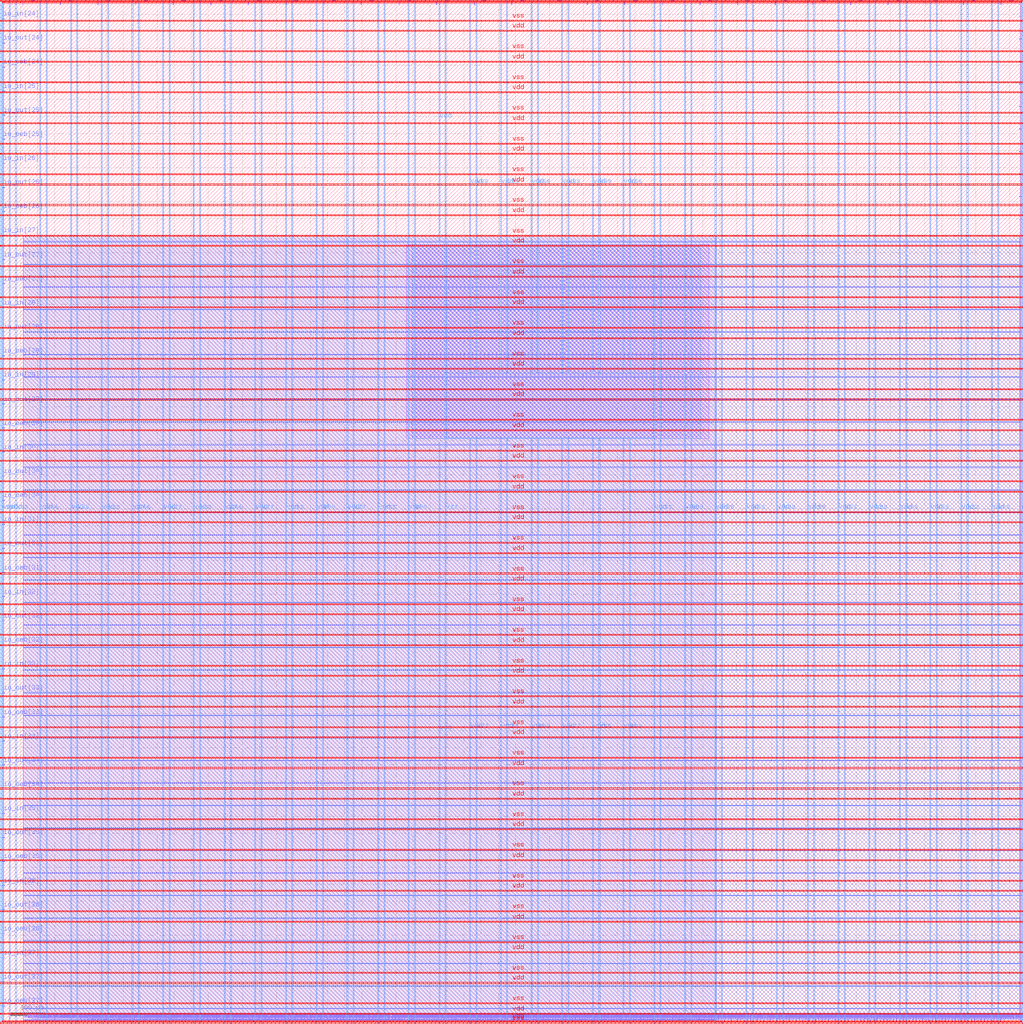
<source format=lef>
VERSION 5.7 ;
  NOWIREEXTENSIONATPIN ON ;
  DIVIDERCHAR "/" ;
  BUSBITCHARS "[]" ;
MACRO user_project_wrapper
  CLASS BLOCK ;
  FOREIGN user_project_wrapper ;
  ORIGIN 0.000 0.000 ;
  SIZE 2980.200 BY 2980.200 ;
  PIN io_in[0]
    DIRECTION INPUT ;
    USE SIGNAL ;
    PORT
      LAYER Metal3 ;
        RECT 2977.800 35.560 2985.000 36.680 ;
    END
  END io_in[0]
  PIN io_in[10]
    DIRECTION INPUT ;
    USE SIGNAL ;
    PORT
      LAYER Metal3 ;
        RECT 2977.800 2017.960 2985.000 2019.080 ;
    END
  END io_in[10]
  PIN io_in[11]
    DIRECTION INPUT ;
    USE SIGNAL ;
    PORT
      LAYER Metal3 ;
        RECT 2977.800 2216.200 2985.000 2217.320 ;
    END
  END io_in[11]
  PIN io_in[12]
    DIRECTION INPUT ;
    USE SIGNAL ;
    PORT
      LAYER Metal3 ;
        RECT 2977.800 2414.440 2985.000 2415.560 ;
    END
  END io_in[12]
  PIN io_in[13]
    DIRECTION INPUT ;
    USE SIGNAL ;
    PORT
      LAYER Metal3 ;
        RECT 2977.800 2612.680 2985.000 2613.800 ;
    END
  END io_in[13]
  PIN io_in[14]
    DIRECTION INPUT ;
    USE SIGNAL ;
    PORT
      LAYER Metal3 ;
        RECT 2977.800 2810.920 2985.000 2812.040 ;
    END
  END io_in[14]
  PIN io_in[15]
    DIRECTION INPUT ;
    USE SIGNAL ;
    PORT
      LAYER Metal2 ;
        RECT 2923.480 2977.800 2924.600 2985.000 ;
    END
  END io_in[15]
  PIN io_in[16]
    DIRECTION INPUT ;
    USE SIGNAL ;
    PORT
      LAYER Metal2 ;
        RECT 2592.520 2977.800 2593.640 2985.000 ;
    END
  END io_in[16]
  PIN io_in[17]
    DIRECTION INPUT ;
    USE SIGNAL ;
    PORT
      LAYER Metal2 ;
        RECT 2261.560 2977.800 2262.680 2985.000 ;
    END
  END io_in[17]
  PIN io_in[18]
    DIRECTION INPUT ;
    USE SIGNAL ;
    PORT
      LAYER Metal2 ;
        RECT 1930.600 2977.800 1931.720 2985.000 ;
    END
  END io_in[18]
  PIN io_in[19]
    DIRECTION INPUT ;
    USE SIGNAL ;
    PORT
      LAYER Metal2 ;
        RECT 1599.640 2977.800 1600.760 2985.000 ;
    END
  END io_in[19]
  PIN io_in[1]
    DIRECTION INPUT ;
    USE SIGNAL ;
    PORT
      LAYER Metal3 ;
        RECT 2977.800 233.800 2985.000 234.920 ;
    END
  END io_in[1]
  PIN io_in[20]
    DIRECTION INPUT ;
    USE SIGNAL ;
    PORT
      LAYER Metal2 ;
        RECT 1268.680 2977.800 1269.800 2985.000 ;
    END
  END io_in[20]
  PIN io_in[21]
    DIRECTION INPUT ;
    USE SIGNAL ;
    PORT
      LAYER Metal2 ;
        RECT 937.720 2977.800 938.840 2985.000 ;
    END
  END io_in[21]
  PIN io_in[22]
    DIRECTION INPUT ;
    USE SIGNAL ;
    PORT
      LAYER Metal2 ;
        RECT 606.760 2977.800 607.880 2985.000 ;
    END
  END io_in[22]
  PIN io_in[23]
    DIRECTION INPUT ;
    USE SIGNAL ;
    PORT
      LAYER Metal2 ;
        RECT 275.800 2977.800 276.920 2985.000 ;
    END
  END io_in[23]
  PIN io_in[24]
    DIRECTION INPUT ;
    USE SIGNAL ;
    PORT
      LAYER Metal3 ;
        RECT -4.800 2935.800 2.400 2936.920 ;
    END
  END io_in[24]
  PIN io_in[25]
    DIRECTION INPUT ;
    USE SIGNAL ;
    PORT
      LAYER Metal3 ;
        RECT -4.800 2724.120 2.400 2725.240 ;
    END
  END io_in[25]
  PIN io_in[26]
    DIRECTION INPUT ;
    USE SIGNAL ;
    PORT
      LAYER Metal3 ;
        RECT -4.800 2512.440 2.400 2513.560 ;
    END
  END io_in[26]
  PIN io_in[27]
    DIRECTION INPUT ;
    USE SIGNAL ;
    PORT
      LAYER Metal3 ;
        RECT -4.800 2300.760 2.400 2301.880 ;
    END
  END io_in[27]
  PIN io_in[28]
    DIRECTION INPUT ;
    USE SIGNAL ;
    PORT
      LAYER Metal3 ;
        RECT -4.800 2089.080 2.400 2090.200 ;
    END
  END io_in[28]
  PIN io_in[29]
    DIRECTION INPUT ;
    USE SIGNAL ;
    PORT
      LAYER Metal3 ;
        RECT -4.800 1877.400 2.400 1878.520 ;
    END
  END io_in[29]
  PIN io_in[2]
    DIRECTION INPUT ;
    USE SIGNAL ;
    PORT
      LAYER Metal3 ;
        RECT 2977.800 432.040 2985.000 433.160 ;
    END
  END io_in[2]
  PIN io_in[30]
    DIRECTION INPUT ;
    USE SIGNAL ;
    PORT
      LAYER Metal3 ;
        RECT -4.800 1665.720 2.400 1666.840 ;
    END
  END io_in[30]
  PIN io_in[31]
    DIRECTION INPUT ;
    USE SIGNAL ;
    PORT
      LAYER Metal3 ;
        RECT -4.800 1454.040 2.400 1455.160 ;
    END
  END io_in[31]
  PIN io_in[32]
    DIRECTION INPUT ;
    USE SIGNAL ;
    PORT
      LAYER Metal3 ;
        RECT -4.800 1242.360 2.400 1243.480 ;
    END
  END io_in[32]
  PIN io_in[33]
    DIRECTION INPUT ;
    USE SIGNAL ;
    PORT
      LAYER Metal3 ;
        RECT -4.800 1030.680 2.400 1031.800 ;
    END
  END io_in[33]
  PIN io_in[34]
    DIRECTION INPUT ;
    USE SIGNAL ;
    PORT
      LAYER Metal3 ;
        RECT -4.800 819.000 2.400 820.120 ;
    END
  END io_in[34]
  PIN io_in[35]
    DIRECTION INPUT ;
    USE SIGNAL ;
    PORT
      LAYER Metal3 ;
        RECT -4.800 607.320 2.400 608.440 ;
    END
  END io_in[35]
  PIN io_in[36]
    DIRECTION INPUT ;
    USE SIGNAL ;
    PORT
      LAYER Metal3 ;
        RECT -4.800 395.640 2.400 396.760 ;
    END
  END io_in[36]
  PIN io_in[37]
    DIRECTION INPUT ;
    USE SIGNAL ;
    PORT
      LAYER Metal3 ;
        RECT -4.800 183.960 2.400 185.080 ;
    END
  END io_in[37]
  PIN io_in[3]
    DIRECTION INPUT ;
    USE SIGNAL ;
    PORT
      LAYER Metal3 ;
        RECT 2977.800 630.280 2985.000 631.400 ;
    END
  END io_in[3]
  PIN io_in[4]
    DIRECTION INPUT ;
    USE SIGNAL ;
    PORT
      LAYER Metal3 ;
        RECT 2977.800 828.520 2985.000 829.640 ;
    END
  END io_in[4]
  PIN io_in[5]
    DIRECTION INPUT ;
    USE SIGNAL ;
    PORT
      LAYER Metal3 ;
        RECT 2977.800 1026.760 2985.000 1027.880 ;
    END
  END io_in[5]
  PIN io_in[6]
    DIRECTION INPUT ;
    USE SIGNAL ;
    PORT
      LAYER Metal3 ;
        RECT 2977.800 1225.000 2985.000 1226.120 ;
    END
  END io_in[6]
  PIN io_in[7]
    DIRECTION INPUT ;
    USE SIGNAL ;
    PORT
      LAYER Metal3 ;
        RECT 2977.800 1423.240 2985.000 1424.360 ;
    END
  END io_in[7]
  PIN io_in[8]
    DIRECTION INPUT ;
    USE SIGNAL ;
    PORT
      LAYER Metal3 ;
        RECT 2977.800 1621.480 2985.000 1622.600 ;
    END
  END io_in[8]
  PIN io_in[9]
    DIRECTION INPUT ;
    USE SIGNAL ;
    PORT
      LAYER Metal3 ;
        RECT 2977.800 1819.720 2985.000 1820.840 ;
    END
  END io_in[9]
  PIN io_oeb[0]
    DIRECTION OUTPUT TRISTATE ;
    USE SIGNAL ;
    PORT
      LAYER Metal3 ;
        RECT 2977.800 167.720 2985.000 168.840 ;
    END
  END io_oeb[0]
  PIN io_oeb[10]
    DIRECTION OUTPUT TRISTATE ;
    USE SIGNAL ;
    PORT
      LAYER Metal3 ;
        RECT 2977.800 2150.120 2985.000 2151.240 ;
    END
  END io_oeb[10]
  PIN io_oeb[11]
    DIRECTION OUTPUT TRISTATE ;
    USE SIGNAL ;
    PORT
      LAYER Metal3 ;
        RECT 2977.800 2348.360 2985.000 2349.480 ;
    END
  END io_oeb[11]
  PIN io_oeb[12]
    DIRECTION OUTPUT TRISTATE ;
    USE SIGNAL ;
    PORT
      LAYER Metal3 ;
        RECT 2977.800 2546.600 2985.000 2547.720 ;
    END
  END io_oeb[12]
  PIN io_oeb[13]
    DIRECTION OUTPUT TRISTATE ;
    USE SIGNAL ;
    PORT
      LAYER Metal3 ;
        RECT 2977.800 2744.840 2985.000 2745.960 ;
    END
  END io_oeb[13]
  PIN io_oeb[14]
    DIRECTION OUTPUT TRISTATE ;
    USE SIGNAL ;
    PORT
      LAYER Metal3 ;
        RECT 2977.800 2943.080 2985.000 2944.200 ;
    END
  END io_oeb[14]
  PIN io_oeb[15]
    DIRECTION OUTPUT TRISTATE ;
    USE SIGNAL ;
    PORT
      LAYER Metal2 ;
        RECT 2702.840 2977.800 2703.960 2985.000 ;
    END
  END io_oeb[15]
  PIN io_oeb[16]
    DIRECTION OUTPUT TRISTATE ;
    USE SIGNAL ;
    PORT
      LAYER Metal2 ;
        RECT 2371.880 2977.800 2373.000 2985.000 ;
    END
  END io_oeb[16]
  PIN io_oeb[17]
    DIRECTION OUTPUT TRISTATE ;
    USE SIGNAL ;
    PORT
      LAYER Metal2 ;
        RECT 2040.920 2977.800 2042.040 2985.000 ;
    END
  END io_oeb[17]
  PIN io_oeb[18]
    DIRECTION OUTPUT TRISTATE ;
    USE SIGNAL ;
    PORT
      LAYER Metal2 ;
        RECT 1709.960 2977.800 1711.080 2985.000 ;
    END
  END io_oeb[18]
  PIN io_oeb[19]
    DIRECTION OUTPUT TRISTATE ;
    USE SIGNAL ;
    PORT
      LAYER Metal2 ;
        RECT 1379.000 2977.800 1380.120 2985.000 ;
    END
  END io_oeb[19]
  PIN io_oeb[1]
    DIRECTION OUTPUT TRISTATE ;
    USE SIGNAL ;
    PORT
      LAYER Metal3 ;
        RECT 2977.800 365.960 2985.000 367.080 ;
    END
  END io_oeb[1]
  PIN io_oeb[20]
    DIRECTION OUTPUT TRISTATE ;
    USE SIGNAL ;
    PORT
      LAYER Metal2 ;
        RECT 1048.040 2977.800 1049.160 2985.000 ;
    END
  END io_oeb[20]
  PIN io_oeb[21]
    DIRECTION OUTPUT TRISTATE ;
    USE SIGNAL ;
    PORT
      LAYER Metal2 ;
        RECT 717.080 2977.800 718.200 2985.000 ;
    END
  END io_oeb[21]
  PIN io_oeb[22]
    DIRECTION OUTPUT TRISTATE ;
    USE SIGNAL ;
    PORT
      LAYER Metal2 ;
        RECT 386.120 2977.800 387.240 2985.000 ;
    END
  END io_oeb[22]
  PIN io_oeb[23]
    DIRECTION OUTPUT TRISTATE ;
    USE SIGNAL ;
    PORT
      LAYER Metal2 ;
        RECT 55.160 2977.800 56.280 2985.000 ;
    END
  END io_oeb[23]
  PIN io_oeb[24]
    DIRECTION OUTPUT TRISTATE ;
    USE SIGNAL ;
    PORT
      LAYER Metal3 ;
        RECT -4.800 2794.680 2.400 2795.800 ;
    END
  END io_oeb[24]
  PIN io_oeb[25]
    DIRECTION OUTPUT TRISTATE ;
    USE SIGNAL ;
    PORT
      LAYER Metal3 ;
        RECT -4.800 2583.000 2.400 2584.120 ;
    END
  END io_oeb[25]
  PIN io_oeb[26]
    DIRECTION OUTPUT TRISTATE ;
    USE SIGNAL ;
    PORT
      LAYER Metal3 ;
        RECT -4.800 2371.320 2.400 2372.440 ;
    END
  END io_oeb[26]
  PIN io_oeb[27]
    DIRECTION OUTPUT TRISTATE ;
    USE SIGNAL ;
    PORT
      LAYER Metal3 ;
        RECT -4.800 2159.640 2.400 2160.760 ;
    END
  END io_oeb[27]
  PIN io_oeb[28]
    DIRECTION OUTPUT TRISTATE ;
    USE SIGNAL ;
    PORT
      LAYER Metal3 ;
        RECT -4.800 1947.960 2.400 1949.080 ;
    END
  END io_oeb[28]
  PIN io_oeb[29]
    DIRECTION OUTPUT TRISTATE ;
    USE SIGNAL ;
    PORT
      LAYER Metal3 ;
        RECT -4.800 1736.280 2.400 1737.400 ;
    END
  END io_oeb[29]
  PIN io_oeb[2]
    DIRECTION OUTPUT TRISTATE ;
    USE SIGNAL ;
    PORT
      LAYER Metal3 ;
        RECT 2977.800 564.200 2985.000 565.320 ;
    END
  END io_oeb[2]
  PIN io_oeb[30]
    DIRECTION OUTPUT TRISTATE ;
    USE SIGNAL ;
    PORT
      LAYER Metal3 ;
        RECT -4.800 1524.600 2.400 1525.720 ;
    END
  END io_oeb[30]
  PIN io_oeb[31]
    DIRECTION OUTPUT TRISTATE ;
    USE SIGNAL ;
    PORT
      LAYER Metal3 ;
        RECT -4.800 1312.920 2.400 1314.040 ;
    END
  END io_oeb[31]
  PIN io_oeb[32]
    DIRECTION OUTPUT TRISTATE ;
    USE SIGNAL ;
    PORT
      LAYER Metal3 ;
        RECT -4.800 1101.240 2.400 1102.360 ;
    END
  END io_oeb[32]
  PIN io_oeb[33]
    DIRECTION OUTPUT TRISTATE ;
    USE SIGNAL ;
    PORT
      LAYER Metal3 ;
        RECT -4.800 889.560 2.400 890.680 ;
    END
  END io_oeb[33]
  PIN io_oeb[34]
    DIRECTION OUTPUT TRISTATE ;
    USE SIGNAL ;
    PORT
      LAYER Metal3 ;
        RECT -4.800 677.880 2.400 679.000 ;
    END
  END io_oeb[34]
  PIN io_oeb[35]
    DIRECTION OUTPUT TRISTATE ;
    USE SIGNAL ;
    PORT
      LAYER Metal3 ;
        RECT -4.800 466.200 2.400 467.320 ;
    END
  END io_oeb[35]
  PIN io_oeb[36]
    DIRECTION OUTPUT TRISTATE ;
    USE SIGNAL ;
    PORT
      LAYER Metal3 ;
        RECT -4.800 254.520 2.400 255.640 ;
    END
  END io_oeb[36]
  PIN io_oeb[37]
    DIRECTION OUTPUT TRISTATE ;
    USE SIGNAL ;
    PORT
      LAYER Metal3 ;
        RECT -4.800 42.840 2.400 43.960 ;
    END
  END io_oeb[37]
  PIN io_oeb[3]
    DIRECTION OUTPUT TRISTATE ;
    USE SIGNAL ;
    PORT
      LAYER Metal3 ;
        RECT 2977.800 762.440 2985.000 763.560 ;
    END
  END io_oeb[3]
  PIN io_oeb[4]
    DIRECTION OUTPUT TRISTATE ;
    USE SIGNAL ;
    PORT
      LAYER Metal3 ;
        RECT 2977.800 960.680 2985.000 961.800 ;
    END
  END io_oeb[4]
  PIN io_oeb[5]
    DIRECTION OUTPUT TRISTATE ;
    USE SIGNAL ;
    PORT
      LAYER Metal3 ;
        RECT 2977.800 1158.920 2985.000 1160.040 ;
    END
  END io_oeb[5]
  PIN io_oeb[6]
    DIRECTION OUTPUT TRISTATE ;
    USE SIGNAL ;
    PORT
      LAYER Metal3 ;
        RECT 2977.800 1357.160 2985.000 1358.280 ;
    END
  END io_oeb[6]
  PIN io_oeb[7]
    DIRECTION OUTPUT TRISTATE ;
    USE SIGNAL ;
    PORT
      LAYER Metal3 ;
        RECT 2977.800 1555.400 2985.000 1556.520 ;
    END
  END io_oeb[7]
  PIN io_oeb[8]
    DIRECTION OUTPUT TRISTATE ;
    USE SIGNAL ;
    PORT
      LAYER Metal3 ;
        RECT 2977.800 1753.640 2985.000 1754.760 ;
    END
  END io_oeb[8]
  PIN io_oeb[9]
    DIRECTION OUTPUT TRISTATE ;
    USE SIGNAL ;
    PORT
      LAYER Metal3 ;
        RECT 2977.800 1951.880 2985.000 1953.000 ;
    END
  END io_oeb[9]
  PIN io_out[0]
    DIRECTION OUTPUT TRISTATE ;
    USE SIGNAL ;
    PORT
      LAYER Metal3 ;
        RECT 2977.800 101.640 2985.000 102.760 ;
    END
  END io_out[0]
  PIN io_out[10]
    DIRECTION OUTPUT TRISTATE ;
    USE SIGNAL ;
    PORT
      LAYER Metal3 ;
        RECT 2977.800 2084.040 2985.000 2085.160 ;
    END
  END io_out[10]
  PIN io_out[11]
    DIRECTION OUTPUT TRISTATE ;
    USE SIGNAL ;
    PORT
      LAYER Metal3 ;
        RECT 2977.800 2282.280 2985.000 2283.400 ;
    END
  END io_out[11]
  PIN io_out[12]
    DIRECTION OUTPUT TRISTATE ;
    USE SIGNAL ;
    PORT
      LAYER Metal3 ;
        RECT 2977.800 2480.520 2985.000 2481.640 ;
    END
  END io_out[12]
  PIN io_out[13]
    DIRECTION OUTPUT TRISTATE ;
    USE SIGNAL ;
    PORT
      LAYER Metal3 ;
        RECT 2977.800 2678.760 2985.000 2679.880 ;
    END
  END io_out[13]
  PIN io_out[14]
    DIRECTION OUTPUT TRISTATE ;
    USE SIGNAL ;
    PORT
      LAYER Metal3 ;
        RECT 2977.800 2877.000 2985.000 2878.120 ;
    END
  END io_out[14]
  PIN io_out[15]
    DIRECTION OUTPUT TRISTATE ;
    USE SIGNAL ;
    PORT
      LAYER Metal2 ;
        RECT 2813.160 2977.800 2814.280 2985.000 ;
    END
  END io_out[15]
  PIN io_out[16]
    DIRECTION OUTPUT TRISTATE ;
    USE SIGNAL ;
    PORT
      LAYER Metal2 ;
        RECT 2482.200 2977.800 2483.320 2985.000 ;
    END
  END io_out[16]
  PIN io_out[17]
    DIRECTION OUTPUT TRISTATE ;
    USE SIGNAL ;
    PORT
      LAYER Metal2 ;
        RECT 2151.240 2977.800 2152.360 2985.000 ;
    END
  END io_out[17]
  PIN io_out[18]
    DIRECTION OUTPUT TRISTATE ;
    USE SIGNAL ;
    PORT
      LAYER Metal2 ;
        RECT 1820.280 2977.800 1821.400 2985.000 ;
    END
  END io_out[18]
  PIN io_out[19]
    DIRECTION OUTPUT TRISTATE ;
    USE SIGNAL ;
    PORT
      LAYER Metal2 ;
        RECT 1489.320 2977.800 1490.440 2985.000 ;
    END
  END io_out[19]
  PIN io_out[1]
    DIRECTION OUTPUT TRISTATE ;
    USE SIGNAL ;
    PORT
      LAYER Metal3 ;
        RECT 2977.800 299.880 2985.000 301.000 ;
    END
  END io_out[1]
  PIN io_out[20]
    DIRECTION OUTPUT TRISTATE ;
    USE SIGNAL ;
    PORT
      LAYER Metal2 ;
        RECT 1158.360 2977.800 1159.480 2985.000 ;
    END
  END io_out[20]
  PIN io_out[21]
    DIRECTION OUTPUT TRISTATE ;
    USE SIGNAL ;
    PORT
      LAYER Metal2 ;
        RECT 827.400 2977.800 828.520 2985.000 ;
    END
  END io_out[21]
  PIN io_out[22]
    DIRECTION OUTPUT TRISTATE ;
    USE SIGNAL ;
    PORT
      LAYER Metal2 ;
        RECT 496.440 2977.800 497.560 2985.000 ;
    END
  END io_out[22]
  PIN io_out[23]
    DIRECTION OUTPUT TRISTATE ;
    USE SIGNAL ;
    PORT
      LAYER Metal2 ;
        RECT 165.480 2977.800 166.600 2985.000 ;
    END
  END io_out[23]
  PIN io_out[24]
    DIRECTION OUTPUT TRISTATE ;
    USE SIGNAL ;
    PORT
      LAYER Metal3 ;
        RECT -4.800 2865.240 2.400 2866.360 ;
    END
  END io_out[24]
  PIN io_out[25]
    DIRECTION OUTPUT TRISTATE ;
    USE SIGNAL ;
    PORT
      LAYER Metal3 ;
        RECT -4.800 2653.560 2.400 2654.680 ;
    END
  END io_out[25]
  PIN io_out[26]
    DIRECTION OUTPUT TRISTATE ;
    USE SIGNAL ;
    PORT
      LAYER Metal3 ;
        RECT -4.800 2441.880 2.400 2443.000 ;
    END
  END io_out[26]
  PIN io_out[27]
    DIRECTION OUTPUT TRISTATE ;
    USE SIGNAL ;
    PORT
      LAYER Metal3 ;
        RECT -4.800 2230.200 2.400 2231.320 ;
    END
  END io_out[27]
  PIN io_out[28]
    DIRECTION OUTPUT TRISTATE ;
    USE SIGNAL ;
    PORT
      LAYER Metal3 ;
        RECT -4.800 2018.520 2.400 2019.640 ;
    END
  END io_out[28]
  PIN io_out[29]
    DIRECTION OUTPUT TRISTATE ;
    USE SIGNAL ;
    PORT
      LAYER Metal3 ;
        RECT -4.800 1806.840 2.400 1807.960 ;
    END
  END io_out[29]
  PIN io_out[2]
    DIRECTION OUTPUT TRISTATE ;
    USE SIGNAL ;
    PORT
      LAYER Metal3 ;
        RECT 2977.800 498.120 2985.000 499.240 ;
    END
  END io_out[2]
  PIN io_out[30]
    DIRECTION OUTPUT TRISTATE ;
    USE SIGNAL ;
    PORT
      LAYER Metal3 ;
        RECT -4.800 1595.160 2.400 1596.280 ;
    END
  END io_out[30]
  PIN io_out[31]
    DIRECTION OUTPUT TRISTATE ;
    USE SIGNAL ;
    PORT
      LAYER Metal3 ;
        RECT -4.800 1383.480 2.400 1384.600 ;
    END
  END io_out[31]
  PIN io_out[32]
    DIRECTION OUTPUT TRISTATE ;
    USE SIGNAL ;
    PORT
      LAYER Metal3 ;
        RECT -4.800 1171.800 2.400 1172.920 ;
    END
  END io_out[32]
  PIN io_out[33]
    DIRECTION OUTPUT TRISTATE ;
    USE SIGNAL ;
    PORT
      LAYER Metal3 ;
        RECT -4.800 960.120 2.400 961.240 ;
    END
  END io_out[33]
  PIN io_out[34]
    DIRECTION OUTPUT TRISTATE ;
    USE SIGNAL ;
    PORT
      LAYER Metal3 ;
        RECT -4.800 748.440 2.400 749.560 ;
    END
  END io_out[34]
  PIN io_out[35]
    DIRECTION OUTPUT TRISTATE ;
    USE SIGNAL ;
    PORT
      LAYER Metal3 ;
        RECT -4.800 536.760 2.400 537.880 ;
    END
  END io_out[35]
  PIN io_out[36]
    DIRECTION OUTPUT TRISTATE ;
    USE SIGNAL ;
    PORT
      LAYER Metal3 ;
        RECT -4.800 325.080 2.400 326.200 ;
    END
  END io_out[36]
  PIN io_out[37]
    DIRECTION OUTPUT TRISTATE ;
    USE SIGNAL ;
    PORT
      LAYER Metal3 ;
        RECT -4.800 113.400 2.400 114.520 ;
    END
  END io_out[37]
  PIN io_out[3]
    DIRECTION OUTPUT TRISTATE ;
    USE SIGNAL ;
    PORT
      LAYER Metal3 ;
        RECT 2977.800 696.360 2985.000 697.480 ;
    END
  END io_out[3]
  PIN io_out[4]
    DIRECTION OUTPUT TRISTATE ;
    USE SIGNAL ;
    PORT
      LAYER Metal3 ;
        RECT 2977.800 894.600 2985.000 895.720 ;
    END
  END io_out[4]
  PIN io_out[5]
    DIRECTION OUTPUT TRISTATE ;
    USE SIGNAL ;
    PORT
      LAYER Metal3 ;
        RECT 2977.800 1092.840 2985.000 1093.960 ;
    END
  END io_out[5]
  PIN io_out[6]
    DIRECTION OUTPUT TRISTATE ;
    USE SIGNAL ;
    PORT
      LAYER Metal3 ;
        RECT 2977.800 1291.080 2985.000 1292.200 ;
    END
  END io_out[6]
  PIN io_out[7]
    DIRECTION OUTPUT TRISTATE ;
    USE SIGNAL ;
    PORT
      LAYER Metal3 ;
        RECT 2977.800 1489.320 2985.000 1490.440 ;
    END
  END io_out[7]
  PIN io_out[8]
    DIRECTION OUTPUT TRISTATE ;
    USE SIGNAL ;
    PORT
      LAYER Metal3 ;
        RECT 2977.800 1687.560 2985.000 1688.680 ;
    END
  END io_out[8]
  PIN io_out[9]
    DIRECTION OUTPUT TRISTATE ;
    USE SIGNAL ;
    PORT
      LAYER Metal3 ;
        RECT 2977.800 1885.800 2985.000 1886.920 ;
    END
  END io_out[9]
  PIN la_data_in[0]
    DIRECTION INPUT ;
    USE SIGNAL ;
    PORT
      LAYER Metal2 ;
        RECT 1065.960 -4.800 1067.080 2.400 ;
    END
  END la_data_in[0]
  PIN la_data_in[10]
    DIRECTION INPUT ;
    USE SIGNAL ;
    PORT
      LAYER Metal2 ;
        RECT 1351.560 -4.800 1352.680 2.400 ;
    END
  END la_data_in[10]
  PIN la_data_in[11]
    DIRECTION INPUT ;
    USE SIGNAL ;
    PORT
      LAYER Metal2 ;
        RECT 1380.120 -4.800 1381.240 2.400 ;
    END
  END la_data_in[11]
  PIN la_data_in[12]
    DIRECTION INPUT ;
    USE SIGNAL ;
    PORT
      LAYER Metal2 ;
        RECT 1408.680 -4.800 1409.800 2.400 ;
    END
  END la_data_in[12]
  PIN la_data_in[13]
    DIRECTION INPUT ;
    USE SIGNAL ;
    PORT
      LAYER Metal2 ;
        RECT 1437.240 -4.800 1438.360 2.400 ;
    END
  END la_data_in[13]
  PIN la_data_in[14]
    DIRECTION INPUT ;
    USE SIGNAL ;
    PORT
      LAYER Metal2 ;
        RECT 1465.800 -4.800 1466.920 2.400 ;
    END
  END la_data_in[14]
  PIN la_data_in[15]
    DIRECTION INPUT ;
    USE SIGNAL ;
    PORT
      LAYER Metal2 ;
        RECT 1494.360 -4.800 1495.480 2.400 ;
    END
  END la_data_in[15]
  PIN la_data_in[16]
    DIRECTION INPUT ;
    USE SIGNAL ;
    PORT
      LAYER Metal2 ;
        RECT 1522.920 -4.800 1524.040 2.400 ;
    END
  END la_data_in[16]
  PIN la_data_in[17]
    DIRECTION INPUT ;
    USE SIGNAL ;
    PORT
      LAYER Metal2 ;
        RECT 1551.480 -4.800 1552.600 2.400 ;
    END
  END la_data_in[17]
  PIN la_data_in[18]
    DIRECTION INPUT ;
    USE SIGNAL ;
    PORT
      LAYER Metal2 ;
        RECT 1580.040 -4.800 1581.160 2.400 ;
    END
  END la_data_in[18]
  PIN la_data_in[19]
    DIRECTION INPUT ;
    USE SIGNAL ;
    PORT
      LAYER Metal2 ;
        RECT 1608.600 -4.800 1609.720 2.400 ;
    END
  END la_data_in[19]
  PIN la_data_in[1]
    DIRECTION INPUT ;
    USE SIGNAL ;
    PORT
      LAYER Metal2 ;
        RECT 1094.520 -4.800 1095.640 2.400 ;
    END
  END la_data_in[1]
  PIN la_data_in[20]
    DIRECTION INPUT ;
    USE SIGNAL ;
    PORT
      LAYER Metal2 ;
        RECT 1637.160 -4.800 1638.280 2.400 ;
    END
  END la_data_in[20]
  PIN la_data_in[21]
    DIRECTION INPUT ;
    USE SIGNAL ;
    PORT
      LAYER Metal2 ;
        RECT 1665.720 -4.800 1666.840 2.400 ;
    END
  END la_data_in[21]
  PIN la_data_in[22]
    DIRECTION INPUT ;
    USE SIGNAL ;
    PORT
      LAYER Metal2 ;
        RECT 1694.280 -4.800 1695.400 2.400 ;
    END
  END la_data_in[22]
  PIN la_data_in[23]
    DIRECTION INPUT ;
    USE SIGNAL ;
    PORT
      LAYER Metal2 ;
        RECT 1722.840 -4.800 1723.960 2.400 ;
    END
  END la_data_in[23]
  PIN la_data_in[24]
    DIRECTION INPUT ;
    USE SIGNAL ;
    PORT
      LAYER Metal2 ;
        RECT 1751.400 -4.800 1752.520 2.400 ;
    END
  END la_data_in[24]
  PIN la_data_in[25]
    DIRECTION INPUT ;
    USE SIGNAL ;
    PORT
      LAYER Metal2 ;
        RECT 1779.960 -4.800 1781.080 2.400 ;
    END
  END la_data_in[25]
  PIN la_data_in[26]
    DIRECTION INPUT ;
    USE SIGNAL ;
    PORT
      LAYER Metal2 ;
        RECT 1808.520 -4.800 1809.640 2.400 ;
    END
  END la_data_in[26]
  PIN la_data_in[27]
    DIRECTION INPUT ;
    USE SIGNAL ;
    PORT
      LAYER Metal2 ;
        RECT 1837.080 -4.800 1838.200 2.400 ;
    END
  END la_data_in[27]
  PIN la_data_in[28]
    DIRECTION INPUT ;
    USE SIGNAL ;
    PORT
      LAYER Metal2 ;
        RECT 1865.640 -4.800 1866.760 2.400 ;
    END
  END la_data_in[28]
  PIN la_data_in[29]
    DIRECTION INPUT ;
    USE SIGNAL ;
    PORT
      LAYER Metal2 ;
        RECT 1894.200 -4.800 1895.320 2.400 ;
    END
  END la_data_in[29]
  PIN la_data_in[2]
    DIRECTION INPUT ;
    USE SIGNAL ;
    PORT
      LAYER Metal2 ;
        RECT 1123.080 -4.800 1124.200 2.400 ;
    END
  END la_data_in[2]
  PIN la_data_in[30]
    DIRECTION INPUT ;
    USE SIGNAL ;
    PORT
      LAYER Metal2 ;
        RECT 1922.760 -4.800 1923.880 2.400 ;
    END
  END la_data_in[30]
  PIN la_data_in[31]
    DIRECTION INPUT ;
    USE SIGNAL ;
    PORT
      LAYER Metal2 ;
        RECT 1951.320 -4.800 1952.440 2.400 ;
    END
  END la_data_in[31]
  PIN la_data_in[32]
    DIRECTION INPUT ;
    USE SIGNAL ;
    PORT
      LAYER Metal2 ;
        RECT 1979.880 -4.800 1981.000 2.400 ;
    END
  END la_data_in[32]
  PIN la_data_in[33]
    DIRECTION INPUT ;
    USE SIGNAL ;
    PORT
      LAYER Metal2 ;
        RECT 2008.440 -4.800 2009.560 2.400 ;
    END
  END la_data_in[33]
  PIN la_data_in[34]
    DIRECTION INPUT ;
    USE SIGNAL ;
    PORT
      LAYER Metal2 ;
        RECT 2037.000 -4.800 2038.120 2.400 ;
    END
  END la_data_in[34]
  PIN la_data_in[35]
    DIRECTION INPUT ;
    USE SIGNAL ;
    PORT
      LAYER Metal2 ;
        RECT 2065.560 -4.800 2066.680 2.400 ;
    END
  END la_data_in[35]
  PIN la_data_in[36]
    DIRECTION INPUT ;
    USE SIGNAL ;
    PORT
      LAYER Metal2 ;
        RECT 2094.120 -4.800 2095.240 2.400 ;
    END
  END la_data_in[36]
  PIN la_data_in[37]
    DIRECTION INPUT ;
    USE SIGNAL ;
    PORT
      LAYER Metal2 ;
        RECT 2122.680 -4.800 2123.800 2.400 ;
    END
  END la_data_in[37]
  PIN la_data_in[38]
    DIRECTION INPUT ;
    USE SIGNAL ;
    PORT
      LAYER Metal2 ;
        RECT 2151.240 -4.800 2152.360 2.400 ;
    END
  END la_data_in[38]
  PIN la_data_in[39]
    DIRECTION INPUT ;
    USE SIGNAL ;
    PORT
      LAYER Metal2 ;
        RECT 2179.800 -4.800 2180.920 2.400 ;
    END
  END la_data_in[39]
  PIN la_data_in[3]
    DIRECTION INPUT ;
    USE SIGNAL ;
    PORT
      LAYER Metal2 ;
        RECT 1151.640 -4.800 1152.760 2.400 ;
    END
  END la_data_in[3]
  PIN la_data_in[40]
    DIRECTION INPUT ;
    USE SIGNAL ;
    PORT
      LAYER Metal2 ;
        RECT 2208.360 -4.800 2209.480 2.400 ;
    END
  END la_data_in[40]
  PIN la_data_in[41]
    DIRECTION INPUT ;
    USE SIGNAL ;
    PORT
      LAYER Metal2 ;
        RECT 2236.920 -4.800 2238.040 2.400 ;
    END
  END la_data_in[41]
  PIN la_data_in[42]
    DIRECTION INPUT ;
    USE SIGNAL ;
    PORT
      LAYER Metal2 ;
        RECT 2265.480 -4.800 2266.600 2.400 ;
    END
  END la_data_in[42]
  PIN la_data_in[43]
    DIRECTION INPUT ;
    USE SIGNAL ;
    PORT
      LAYER Metal2 ;
        RECT 2294.040 -4.800 2295.160 2.400 ;
    END
  END la_data_in[43]
  PIN la_data_in[44]
    DIRECTION INPUT ;
    USE SIGNAL ;
    PORT
      LAYER Metal2 ;
        RECT 2322.600 -4.800 2323.720 2.400 ;
    END
  END la_data_in[44]
  PIN la_data_in[45]
    DIRECTION INPUT ;
    USE SIGNAL ;
    PORT
      LAYER Metal2 ;
        RECT 2351.160 -4.800 2352.280 2.400 ;
    END
  END la_data_in[45]
  PIN la_data_in[46]
    DIRECTION INPUT ;
    USE SIGNAL ;
    PORT
      LAYER Metal2 ;
        RECT 2379.720 -4.800 2380.840 2.400 ;
    END
  END la_data_in[46]
  PIN la_data_in[47]
    DIRECTION INPUT ;
    USE SIGNAL ;
    PORT
      LAYER Metal2 ;
        RECT 2408.280 -4.800 2409.400 2.400 ;
    END
  END la_data_in[47]
  PIN la_data_in[48]
    DIRECTION INPUT ;
    USE SIGNAL ;
    PORT
      LAYER Metal2 ;
        RECT 2436.840 -4.800 2437.960 2.400 ;
    END
  END la_data_in[48]
  PIN la_data_in[49]
    DIRECTION INPUT ;
    USE SIGNAL ;
    PORT
      LAYER Metal2 ;
        RECT 2465.400 -4.800 2466.520 2.400 ;
    END
  END la_data_in[49]
  PIN la_data_in[4]
    DIRECTION INPUT ;
    USE SIGNAL ;
    PORT
      LAYER Metal2 ;
        RECT 1180.200 -4.800 1181.320 2.400 ;
    END
  END la_data_in[4]
  PIN la_data_in[50]
    DIRECTION INPUT ;
    USE SIGNAL ;
    PORT
      LAYER Metal2 ;
        RECT 2493.960 -4.800 2495.080 2.400 ;
    END
  END la_data_in[50]
  PIN la_data_in[51]
    DIRECTION INPUT ;
    USE SIGNAL ;
    PORT
      LAYER Metal2 ;
        RECT 2522.520 -4.800 2523.640 2.400 ;
    END
  END la_data_in[51]
  PIN la_data_in[52]
    DIRECTION INPUT ;
    USE SIGNAL ;
    PORT
      LAYER Metal2 ;
        RECT 2551.080 -4.800 2552.200 2.400 ;
    END
  END la_data_in[52]
  PIN la_data_in[53]
    DIRECTION INPUT ;
    USE SIGNAL ;
    PORT
      LAYER Metal2 ;
        RECT 2579.640 -4.800 2580.760 2.400 ;
    END
  END la_data_in[53]
  PIN la_data_in[54]
    DIRECTION INPUT ;
    USE SIGNAL ;
    PORT
      LAYER Metal2 ;
        RECT 2608.200 -4.800 2609.320 2.400 ;
    END
  END la_data_in[54]
  PIN la_data_in[55]
    DIRECTION INPUT ;
    USE SIGNAL ;
    PORT
      LAYER Metal2 ;
        RECT 2636.760 -4.800 2637.880 2.400 ;
    END
  END la_data_in[55]
  PIN la_data_in[56]
    DIRECTION INPUT ;
    USE SIGNAL ;
    PORT
      LAYER Metal2 ;
        RECT 2665.320 -4.800 2666.440 2.400 ;
    END
  END la_data_in[56]
  PIN la_data_in[57]
    DIRECTION INPUT ;
    USE SIGNAL ;
    PORT
      LAYER Metal2 ;
        RECT 2693.880 -4.800 2695.000 2.400 ;
    END
  END la_data_in[57]
  PIN la_data_in[58]
    DIRECTION INPUT ;
    USE SIGNAL ;
    PORT
      LAYER Metal2 ;
        RECT 2722.440 -4.800 2723.560 2.400 ;
    END
  END la_data_in[58]
  PIN la_data_in[59]
    DIRECTION INPUT ;
    USE SIGNAL ;
    PORT
      LAYER Metal2 ;
        RECT 2751.000 -4.800 2752.120 2.400 ;
    END
  END la_data_in[59]
  PIN la_data_in[5]
    DIRECTION INPUT ;
    USE SIGNAL ;
    PORT
      LAYER Metal2 ;
        RECT 1208.760 -4.800 1209.880 2.400 ;
    END
  END la_data_in[5]
  PIN la_data_in[60]
    DIRECTION INPUT ;
    USE SIGNAL ;
    PORT
      LAYER Metal2 ;
        RECT 2779.560 -4.800 2780.680 2.400 ;
    END
  END la_data_in[60]
  PIN la_data_in[61]
    DIRECTION INPUT ;
    USE SIGNAL ;
    PORT
      LAYER Metal2 ;
        RECT 2808.120 -4.800 2809.240 2.400 ;
    END
  END la_data_in[61]
  PIN la_data_in[62]
    DIRECTION INPUT ;
    USE SIGNAL ;
    PORT
      LAYER Metal2 ;
        RECT 2836.680 -4.800 2837.800 2.400 ;
    END
  END la_data_in[62]
  PIN la_data_in[63]
    DIRECTION INPUT ;
    USE SIGNAL ;
    PORT
      LAYER Metal2 ;
        RECT 2865.240 -4.800 2866.360 2.400 ;
    END
  END la_data_in[63]
  PIN la_data_in[6]
    DIRECTION INPUT ;
    USE SIGNAL ;
    PORT
      LAYER Metal2 ;
        RECT 1237.320 -4.800 1238.440 2.400 ;
    END
  END la_data_in[6]
  PIN la_data_in[7]
    DIRECTION INPUT ;
    USE SIGNAL ;
    PORT
      LAYER Metal2 ;
        RECT 1265.880 -4.800 1267.000 2.400 ;
    END
  END la_data_in[7]
  PIN la_data_in[8]
    DIRECTION INPUT ;
    USE SIGNAL ;
    PORT
      LAYER Metal2 ;
        RECT 1294.440 -4.800 1295.560 2.400 ;
    END
  END la_data_in[8]
  PIN la_data_in[9]
    DIRECTION INPUT ;
    USE SIGNAL ;
    PORT
      LAYER Metal2 ;
        RECT 1323.000 -4.800 1324.120 2.400 ;
    END
  END la_data_in[9]
  PIN la_data_out[0]
    DIRECTION OUTPUT TRISTATE ;
    USE SIGNAL ;
    PORT
      LAYER Metal2 ;
        RECT 1075.480 -4.800 1076.600 2.400 ;
    END
  END la_data_out[0]
  PIN la_data_out[10]
    DIRECTION OUTPUT TRISTATE ;
    USE SIGNAL ;
    PORT
      LAYER Metal2 ;
        RECT 1361.080 -4.800 1362.200 2.400 ;
    END
  END la_data_out[10]
  PIN la_data_out[11]
    DIRECTION OUTPUT TRISTATE ;
    USE SIGNAL ;
    PORT
      LAYER Metal2 ;
        RECT 1389.640 -4.800 1390.760 2.400 ;
    END
  END la_data_out[11]
  PIN la_data_out[12]
    DIRECTION OUTPUT TRISTATE ;
    USE SIGNAL ;
    PORT
      LAYER Metal2 ;
        RECT 1418.200 -4.800 1419.320 2.400 ;
    END
  END la_data_out[12]
  PIN la_data_out[13]
    DIRECTION OUTPUT TRISTATE ;
    USE SIGNAL ;
    PORT
      LAYER Metal2 ;
        RECT 1446.760 -4.800 1447.880 2.400 ;
    END
  END la_data_out[13]
  PIN la_data_out[14]
    DIRECTION OUTPUT TRISTATE ;
    USE SIGNAL ;
    PORT
      LAYER Metal2 ;
        RECT 1475.320 -4.800 1476.440 2.400 ;
    END
  END la_data_out[14]
  PIN la_data_out[15]
    DIRECTION OUTPUT TRISTATE ;
    USE SIGNAL ;
    PORT
      LAYER Metal2 ;
        RECT 1503.880 -4.800 1505.000 2.400 ;
    END
  END la_data_out[15]
  PIN la_data_out[16]
    DIRECTION OUTPUT TRISTATE ;
    USE SIGNAL ;
    PORT
      LAYER Metal2 ;
        RECT 1532.440 -4.800 1533.560 2.400 ;
    END
  END la_data_out[16]
  PIN la_data_out[17]
    DIRECTION OUTPUT TRISTATE ;
    USE SIGNAL ;
    PORT
      LAYER Metal2 ;
        RECT 1561.000 -4.800 1562.120 2.400 ;
    END
  END la_data_out[17]
  PIN la_data_out[18]
    DIRECTION OUTPUT TRISTATE ;
    USE SIGNAL ;
    PORT
      LAYER Metal2 ;
        RECT 1589.560 -4.800 1590.680 2.400 ;
    END
  END la_data_out[18]
  PIN la_data_out[19]
    DIRECTION OUTPUT TRISTATE ;
    USE SIGNAL ;
    PORT
      LAYER Metal2 ;
        RECT 1618.120 -4.800 1619.240 2.400 ;
    END
  END la_data_out[19]
  PIN la_data_out[1]
    DIRECTION OUTPUT TRISTATE ;
    USE SIGNAL ;
    PORT
      LAYER Metal2 ;
        RECT 1104.040 -4.800 1105.160 2.400 ;
    END
  END la_data_out[1]
  PIN la_data_out[20]
    DIRECTION OUTPUT TRISTATE ;
    USE SIGNAL ;
    PORT
      LAYER Metal2 ;
        RECT 1646.680 -4.800 1647.800 2.400 ;
    END
  END la_data_out[20]
  PIN la_data_out[21]
    DIRECTION OUTPUT TRISTATE ;
    USE SIGNAL ;
    PORT
      LAYER Metal2 ;
        RECT 1675.240 -4.800 1676.360 2.400 ;
    END
  END la_data_out[21]
  PIN la_data_out[22]
    DIRECTION OUTPUT TRISTATE ;
    USE SIGNAL ;
    PORT
      LAYER Metal2 ;
        RECT 1703.800 -4.800 1704.920 2.400 ;
    END
  END la_data_out[22]
  PIN la_data_out[23]
    DIRECTION OUTPUT TRISTATE ;
    USE SIGNAL ;
    PORT
      LAYER Metal2 ;
        RECT 1732.360 -4.800 1733.480 2.400 ;
    END
  END la_data_out[23]
  PIN la_data_out[24]
    DIRECTION OUTPUT TRISTATE ;
    USE SIGNAL ;
    PORT
      LAYER Metal2 ;
        RECT 1760.920 -4.800 1762.040 2.400 ;
    END
  END la_data_out[24]
  PIN la_data_out[25]
    DIRECTION OUTPUT TRISTATE ;
    USE SIGNAL ;
    PORT
      LAYER Metal2 ;
        RECT 1789.480 -4.800 1790.600 2.400 ;
    END
  END la_data_out[25]
  PIN la_data_out[26]
    DIRECTION OUTPUT TRISTATE ;
    USE SIGNAL ;
    PORT
      LAYER Metal2 ;
        RECT 1818.040 -4.800 1819.160 2.400 ;
    END
  END la_data_out[26]
  PIN la_data_out[27]
    DIRECTION OUTPUT TRISTATE ;
    USE SIGNAL ;
    PORT
      LAYER Metal2 ;
        RECT 1846.600 -4.800 1847.720 2.400 ;
    END
  END la_data_out[27]
  PIN la_data_out[28]
    DIRECTION OUTPUT TRISTATE ;
    USE SIGNAL ;
    PORT
      LAYER Metal2 ;
        RECT 1875.160 -4.800 1876.280 2.400 ;
    END
  END la_data_out[28]
  PIN la_data_out[29]
    DIRECTION OUTPUT TRISTATE ;
    USE SIGNAL ;
    PORT
      LAYER Metal2 ;
        RECT 1903.720 -4.800 1904.840 2.400 ;
    END
  END la_data_out[29]
  PIN la_data_out[2]
    DIRECTION OUTPUT TRISTATE ;
    USE SIGNAL ;
    PORT
      LAYER Metal2 ;
        RECT 1132.600 -4.800 1133.720 2.400 ;
    END
  END la_data_out[2]
  PIN la_data_out[30]
    DIRECTION OUTPUT TRISTATE ;
    USE SIGNAL ;
    PORT
      LAYER Metal2 ;
        RECT 1932.280 -4.800 1933.400 2.400 ;
    END
  END la_data_out[30]
  PIN la_data_out[31]
    DIRECTION OUTPUT TRISTATE ;
    USE SIGNAL ;
    PORT
      LAYER Metal2 ;
        RECT 1960.840 -4.800 1961.960 2.400 ;
    END
  END la_data_out[31]
  PIN la_data_out[32]
    DIRECTION OUTPUT TRISTATE ;
    USE SIGNAL ;
    PORT
      LAYER Metal2 ;
        RECT 1989.400 -4.800 1990.520 2.400 ;
    END
  END la_data_out[32]
  PIN la_data_out[33]
    DIRECTION OUTPUT TRISTATE ;
    USE SIGNAL ;
    PORT
      LAYER Metal2 ;
        RECT 2017.960 -4.800 2019.080 2.400 ;
    END
  END la_data_out[33]
  PIN la_data_out[34]
    DIRECTION OUTPUT TRISTATE ;
    USE SIGNAL ;
    PORT
      LAYER Metal2 ;
        RECT 2046.520 -4.800 2047.640 2.400 ;
    END
  END la_data_out[34]
  PIN la_data_out[35]
    DIRECTION OUTPUT TRISTATE ;
    USE SIGNAL ;
    PORT
      LAYER Metal2 ;
        RECT 2075.080 -4.800 2076.200 2.400 ;
    END
  END la_data_out[35]
  PIN la_data_out[36]
    DIRECTION OUTPUT TRISTATE ;
    USE SIGNAL ;
    PORT
      LAYER Metal2 ;
        RECT 2103.640 -4.800 2104.760 2.400 ;
    END
  END la_data_out[36]
  PIN la_data_out[37]
    DIRECTION OUTPUT TRISTATE ;
    USE SIGNAL ;
    PORT
      LAYER Metal2 ;
        RECT 2132.200 -4.800 2133.320 2.400 ;
    END
  END la_data_out[37]
  PIN la_data_out[38]
    DIRECTION OUTPUT TRISTATE ;
    USE SIGNAL ;
    PORT
      LAYER Metal2 ;
        RECT 2160.760 -4.800 2161.880 2.400 ;
    END
  END la_data_out[38]
  PIN la_data_out[39]
    DIRECTION OUTPUT TRISTATE ;
    USE SIGNAL ;
    PORT
      LAYER Metal2 ;
        RECT 2189.320 -4.800 2190.440 2.400 ;
    END
  END la_data_out[39]
  PIN la_data_out[3]
    DIRECTION OUTPUT TRISTATE ;
    USE SIGNAL ;
    PORT
      LAYER Metal2 ;
        RECT 1161.160 -4.800 1162.280 2.400 ;
    END
  END la_data_out[3]
  PIN la_data_out[40]
    DIRECTION OUTPUT TRISTATE ;
    USE SIGNAL ;
    PORT
      LAYER Metal2 ;
        RECT 2217.880 -4.800 2219.000 2.400 ;
    END
  END la_data_out[40]
  PIN la_data_out[41]
    DIRECTION OUTPUT TRISTATE ;
    USE SIGNAL ;
    PORT
      LAYER Metal2 ;
        RECT 2246.440 -4.800 2247.560 2.400 ;
    END
  END la_data_out[41]
  PIN la_data_out[42]
    DIRECTION OUTPUT TRISTATE ;
    USE SIGNAL ;
    PORT
      LAYER Metal2 ;
        RECT 2275.000 -4.800 2276.120 2.400 ;
    END
  END la_data_out[42]
  PIN la_data_out[43]
    DIRECTION OUTPUT TRISTATE ;
    USE SIGNAL ;
    PORT
      LAYER Metal2 ;
        RECT 2303.560 -4.800 2304.680 2.400 ;
    END
  END la_data_out[43]
  PIN la_data_out[44]
    DIRECTION OUTPUT TRISTATE ;
    USE SIGNAL ;
    PORT
      LAYER Metal2 ;
        RECT 2332.120 -4.800 2333.240 2.400 ;
    END
  END la_data_out[44]
  PIN la_data_out[45]
    DIRECTION OUTPUT TRISTATE ;
    USE SIGNAL ;
    PORT
      LAYER Metal2 ;
        RECT 2360.680 -4.800 2361.800 2.400 ;
    END
  END la_data_out[45]
  PIN la_data_out[46]
    DIRECTION OUTPUT TRISTATE ;
    USE SIGNAL ;
    PORT
      LAYER Metal2 ;
        RECT 2389.240 -4.800 2390.360 2.400 ;
    END
  END la_data_out[46]
  PIN la_data_out[47]
    DIRECTION OUTPUT TRISTATE ;
    USE SIGNAL ;
    PORT
      LAYER Metal2 ;
        RECT 2417.800 -4.800 2418.920 2.400 ;
    END
  END la_data_out[47]
  PIN la_data_out[48]
    DIRECTION OUTPUT TRISTATE ;
    USE SIGNAL ;
    PORT
      LAYER Metal2 ;
        RECT 2446.360 -4.800 2447.480 2.400 ;
    END
  END la_data_out[48]
  PIN la_data_out[49]
    DIRECTION OUTPUT TRISTATE ;
    USE SIGNAL ;
    PORT
      LAYER Metal2 ;
        RECT 2474.920 -4.800 2476.040 2.400 ;
    END
  END la_data_out[49]
  PIN la_data_out[4]
    DIRECTION OUTPUT TRISTATE ;
    USE SIGNAL ;
    PORT
      LAYER Metal2 ;
        RECT 1189.720 -4.800 1190.840 2.400 ;
    END
  END la_data_out[4]
  PIN la_data_out[50]
    DIRECTION OUTPUT TRISTATE ;
    USE SIGNAL ;
    PORT
      LAYER Metal2 ;
        RECT 2503.480 -4.800 2504.600 2.400 ;
    END
  END la_data_out[50]
  PIN la_data_out[51]
    DIRECTION OUTPUT TRISTATE ;
    USE SIGNAL ;
    PORT
      LAYER Metal2 ;
        RECT 2532.040 -4.800 2533.160 2.400 ;
    END
  END la_data_out[51]
  PIN la_data_out[52]
    DIRECTION OUTPUT TRISTATE ;
    USE SIGNAL ;
    PORT
      LAYER Metal2 ;
        RECT 2560.600 -4.800 2561.720 2.400 ;
    END
  END la_data_out[52]
  PIN la_data_out[53]
    DIRECTION OUTPUT TRISTATE ;
    USE SIGNAL ;
    PORT
      LAYER Metal2 ;
        RECT 2589.160 -4.800 2590.280 2.400 ;
    END
  END la_data_out[53]
  PIN la_data_out[54]
    DIRECTION OUTPUT TRISTATE ;
    USE SIGNAL ;
    PORT
      LAYER Metal2 ;
        RECT 2617.720 -4.800 2618.840 2.400 ;
    END
  END la_data_out[54]
  PIN la_data_out[55]
    DIRECTION OUTPUT TRISTATE ;
    USE SIGNAL ;
    PORT
      LAYER Metal2 ;
        RECT 2646.280 -4.800 2647.400 2.400 ;
    END
  END la_data_out[55]
  PIN la_data_out[56]
    DIRECTION OUTPUT TRISTATE ;
    USE SIGNAL ;
    PORT
      LAYER Metal2 ;
        RECT 2674.840 -4.800 2675.960 2.400 ;
    END
  END la_data_out[56]
  PIN la_data_out[57]
    DIRECTION OUTPUT TRISTATE ;
    USE SIGNAL ;
    PORT
      LAYER Metal2 ;
        RECT 2703.400 -4.800 2704.520 2.400 ;
    END
  END la_data_out[57]
  PIN la_data_out[58]
    DIRECTION OUTPUT TRISTATE ;
    USE SIGNAL ;
    PORT
      LAYER Metal2 ;
        RECT 2731.960 -4.800 2733.080 2.400 ;
    END
  END la_data_out[58]
  PIN la_data_out[59]
    DIRECTION OUTPUT TRISTATE ;
    USE SIGNAL ;
    PORT
      LAYER Metal2 ;
        RECT 2760.520 -4.800 2761.640 2.400 ;
    END
  END la_data_out[59]
  PIN la_data_out[5]
    DIRECTION OUTPUT TRISTATE ;
    USE SIGNAL ;
    PORT
      LAYER Metal2 ;
        RECT 1218.280 -4.800 1219.400 2.400 ;
    END
  END la_data_out[5]
  PIN la_data_out[60]
    DIRECTION OUTPUT TRISTATE ;
    USE SIGNAL ;
    PORT
      LAYER Metal2 ;
        RECT 2789.080 -4.800 2790.200 2.400 ;
    END
  END la_data_out[60]
  PIN la_data_out[61]
    DIRECTION OUTPUT TRISTATE ;
    USE SIGNAL ;
    PORT
      LAYER Metal2 ;
        RECT 2817.640 -4.800 2818.760 2.400 ;
    END
  END la_data_out[61]
  PIN la_data_out[62]
    DIRECTION OUTPUT TRISTATE ;
    USE SIGNAL ;
    PORT
      LAYER Metal2 ;
        RECT 2846.200 -4.800 2847.320 2.400 ;
    END
  END la_data_out[62]
  PIN la_data_out[63]
    DIRECTION OUTPUT TRISTATE ;
    USE SIGNAL ;
    PORT
      LAYER Metal2 ;
        RECT 2874.760 -4.800 2875.880 2.400 ;
    END
  END la_data_out[63]
  PIN la_data_out[6]
    DIRECTION OUTPUT TRISTATE ;
    USE SIGNAL ;
    PORT
      LAYER Metal2 ;
        RECT 1246.840 -4.800 1247.960 2.400 ;
    END
  END la_data_out[6]
  PIN la_data_out[7]
    DIRECTION OUTPUT TRISTATE ;
    USE SIGNAL ;
    PORT
      LAYER Metal2 ;
        RECT 1275.400 -4.800 1276.520 2.400 ;
    END
  END la_data_out[7]
  PIN la_data_out[8]
    DIRECTION OUTPUT TRISTATE ;
    USE SIGNAL ;
    PORT
      LAYER Metal2 ;
        RECT 1303.960 -4.800 1305.080 2.400 ;
    END
  END la_data_out[8]
  PIN la_data_out[9]
    DIRECTION OUTPUT TRISTATE ;
    USE SIGNAL ;
    PORT
      LAYER Metal2 ;
        RECT 1332.520 -4.800 1333.640 2.400 ;
    END
  END la_data_out[9]
  PIN la_oenb[0]
    DIRECTION INPUT ;
    USE SIGNAL ;
    PORT
      LAYER Metal2 ;
        RECT 1085.000 -4.800 1086.120 2.400 ;
    END
  END la_oenb[0]
  PIN la_oenb[10]
    DIRECTION INPUT ;
    USE SIGNAL ;
    PORT
      LAYER Metal2 ;
        RECT 1370.600 -4.800 1371.720 2.400 ;
    END
  END la_oenb[10]
  PIN la_oenb[11]
    DIRECTION INPUT ;
    USE SIGNAL ;
    PORT
      LAYER Metal2 ;
        RECT 1399.160 -4.800 1400.280 2.400 ;
    END
  END la_oenb[11]
  PIN la_oenb[12]
    DIRECTION INPUT ;
    USE SIGNAL ;
    PORT
      LAYER Metal2 ;
        RECT 1427.720 -4.800 1428.840 2.400 ;
    END
  END la_oenb[12]
  PIN la_oenb[13]
    DIRECTION INPUT ;
    USE SIGNAL ;
    PORT
      LAYER Metal2 ;
        RECT 1456.280 -4.800 1457.400 2.400 ;
    END
  END la_oenb[13]
  PIN la_oenb[14]
    DIRECTION INPUT ;
    USE SIGNAL ;
    PORT
      LAYER Metal2 ;
        RECT 1484.840 -4.800 1485.960 2.400 ;
    END
  END la_oenb[14]
  PIN la_oenb[15]
    DIRECTION INPUT ;
    USE SIGNAL ;
    PORT
      LAYER Metal2 ;
        RECT 1513.400 -4.800 1514.520 2.400 ;
    END
  END la_oenb[15]
  PIN la_oenb[16]
    DIRECTION INPUT ;
    USE SIGNAL ;
    PORT
      LAYER Metal2 ;
        RECT 1541.960 -4.800 1543.080 2.400 ;
    END
  END la_oenb[16]
  PIN la_oenb[17]
    DIRECTION INPUT ;
    USE SIGNAL ;
    PORT
      LAYER Metal2 ;
        RECT 1570.520 -4.800 1571.640 2.400 ;
    END
  END la_oenb[17]
  PIN la_oenb[18]
    DIRECTION INPUT ;
    USE SIGNAL ;
    PORT
      LAYER Metal2 ;
        RECT 1599.080 -4.800 1600.200 2.400 ;
    END
  END la_oenb[18]
  PIN la_oenb[19]
    DIRECTION INPUT ;
    USE SIGNAL ;
    PORT
      LAYER Metal2 ;
        RECT 1627.640 -4.800 1628.760 2.400 ;
    END
  END la_oenb[19]
  PIN la_oenb[1]
    DIRECTION INPUT ;
    USE SIGNAL ;
    PORT
      LAYER Metal2 ;
        RECT 1113.560 -4.800 1114.680 2.400 ;
    END
  END la_oenb[1]
  PIN la_oenb[20]
    DIRECTION INPUT ;
    USE SIGNAL ;
    PORT
      LAYER Metal2 ;
        RECT 1656.200 -4.800 1657.320 2.400 ;
    END
  END la_oenb[20]
  PIN la_oenb[21]
    DIRECTION INPUT ;
    USE SIGNAL ;
    PORT
      LAYER Metal2 ;
        RECT 1684.760 -4.800 1685.880 2.400 ;
    END
  END la_oenb[21]
  PIN la_oenb[22]
    DIRECTION INPUT ;
    USE SIGNAL ;
    PORT
      LAYER Metal2 ;
        RECT 1713.320 -4.800 1714.440 2.400 ;
    END
  END la_oenb[22]
  PIN la_oenb[23]
    DIRECTION INPUT ;
    USE SIGNAL ;
    PORT
      LAYER Metal2 ;
        RECT 1741.880 -4.800 1743.000 2.400 ;
    END
  END la_oenb[23]
  PIN la_oenb[24]
    DIRECTION INPUT ;
    USE SIGNAL ;
    PORT
      LAYER Metal2 ;
        RECT 1770.440 -4.800 1771.560 2.400 ;
    END
  END la_oenb[24]
  PIN la_oenb[25]
    DIRECTION INPUT ;
    USE SIGNAL ;
    PORT
      LAYER Metal2 ;
        RECT 1799.000 -4.800 1800.120 2.400 ;
    END
  END la_oenb[25]
  PIN la_oenb[26]
    DIRECTION INPUT ;
    USE SIGNAL ;
    PORT
      LAYER Metal2 ;
        RECT 1827.560 -4.800 1828.680 2.400 ;
    END
  END la_oenb[26]
  PIN la_oenb[27]
    DIRECTION INPUT ;
    USE SIGNAL ;
    PORT
      LAYER Metal2 ;
        RECT 1856.120 -4.800 1857.240 2.400 ;
    END
  END la_oenb[27]
  PIN la_oenb[28]
    DIRECTION INPUT ;
    USE SIGNAL ;
    PORT
      LAYER Metal2 ;
        RECT 1884.680 -4.800 1885.800 2.400 ;
    END
  END la_oenb[28]
  PIN la_oenb[29]
    DIRECTION INPUT ;
    USE SIGNAL ;
    PORT
      LAYER Metal2 ;
        RECT 1913.240 -4.800 1914.360 2.400 ;
    END
  END la_oenb[29]
  PIN la_oenb[2]
    DIRECTION INPUT ;
    USE SIGNAL ;
    PORT
      LAYER Metal2 ;
        RECT 1142.120 -4.800 1143.240 2.400 ;
    END
  END la_oenb[2]
  PIN la_oenb[30]
    DIRECTION INPUT ;
    USE SIGNAL ;
    PORT
      LAYER Metal2 ;
        RECT 1941.800 -4.800 1942.920 2.400 ;
    END
  END la_oenb[30]
  PIN la_oenb[31]
    DIRECTION INPUT ;
    USE SIGNAL ;
    PORT
      LAYER Metal2 ;
        RECT 1970.360 -4.800 1971.480 2.400 ;
    END
  END la_oenb[31]
  PIN la_oenb[32]
    DIRECTION INPUT ;
    USE SIGNAL ;
    PORT
      LAYER Metal2 ;
        RECT 1998.920 -4.800 2000.040 2.400 ;
    END
  END la_oenb[32]
  PIN la_oenb[33]
    DIRECTION INPUT ;
    USE SIGNAL ;
    PORT
      LAYER Metal2 ;
        RECT 2027.480 -4.800 2028.600 2.400 ;
    END
  END la_oenb[33]
  PIN la_oenb[34]
    DIRECTION INPUT ;
    USE SIGNAL ;
    PORT
      LAYER Metal2 ;
        RECT 2056.040 -4.800 2057.160 2.400 ;
    END
  END la_oenb[34]
  PIN la_oenb[35]
    DIRECTION INPUT ;
    USE SIGNAL ;
    PORT
      LAYER Metal2 ;
        RECT 2084.600 -4.800 2085.720 2.400 ;
    END
  END la_oenb[35]
  PIN la_oenb[36]
    DIRECTION INPUT ;
    USE SIGNAL ;
    PORT
      LAYER Metal2 ;
        RECT 2113.160 -4.800 2114.280 2.400 ;
    END
  END la_oenb[36]
  PIN la_oenb[37]
    DIRECTION INPUT ;
    USE SIGNAL ;
    PORT
      LAYER Metal2 ;
        RECT 2141.720 -4.800 2142.840 2.400 ;
    END
  END la_oenb[37]
  PIN la_oenb[38]
    DIRECTION INPUT ;
    USE SIGNAL ;
    PORT
      LAYER Metal2 ;
        RECT 2170.280 -4.800 2171.400 2.400 ;
    END
  END la_oenb[38]
  PIN la_oenb[39]
    DIRECTION INPUT ;
    USE SIGNAL ;
    PORT
      LAYER Metal2 ;
        RECT 2198.840 -4.800 2199.960 2.400 ;
    END
  END la_oenb[39]
  PIN la_oenb[3]
    DIRECTION INPUT ;
    USE SIGNAL ;
    PORT
      LAYER Metal2 ;
        RECT 1170.680 -4.800 1171.800 2.400 ;
    END
  END la_oenb[3]
  PIN la_oenb[40]
    DIRECTION INPUT ;
    USE SIGNAL ;
    PORT
      LAYER Metal2 ;
        RECT 2227.400 -4.800 2228.520 2.400 ;
    END
  END la_oenb[40]
  PIN la_oenb[41]
    DIRECTION INPUT ;
    USE SIGNAL ;
    PORT
      LAYER Metal2 ;
        RECT 2255.960 -4.800 2257.080 2.400 ;
    END
  END la_oenb[41]
  PIN la_oenb[42]
    DIRECTION INPUT ;
    USE SIGNAL ;
    PORT
      LAYER Metal2 ;
        RECT 2284.520 -4.800 2285.640 2.400 ;
    END
  END la_oenb[42]
  PIN la_oenb[43]
    DIRECTION INPUT ;
    USE SIGNAL ;
    PORT
      LAYER Metal2 ;
        RECT 2313.080 -4.800 2314.200 2.400 ;
    END
  END la_oenb[43]
  PIN la_oenb[44]
    DIRECTION INPUT ;
    USE SIGNAL ;
    PORT
      LAYER Metal2 ;
        RECT 2341.640 -4.800 2342.760 2.400 ;
    END
  END la_oenb[44]
  PIN la_oenb[45]
    DIRECTION INPUT ;
    USE SIGNAL ;
    PORT
      LAYER Metal2 ;
        RECT 2370.200 -4.800 2371.320 2.400 ;
    END
  END la_oenb[45]
  PIN la_oenb[46]
    DIRECTION INPUT ;
    USE SIGNAL ;
    PORT
      LAYER Metal2 ;
        RECT 2398.760 -4.800 2399.880 2.400 ;
    END
  END la_oenb[46]
  PIN la_oenb[47]
    DIRECTION INPUT ;
    USE SIGNAL ;
    PORT
      LAYER Metal2 ;
        RECT 2427.320 -4.800 2428.440 2.400 ;
    END
  END la_oenb[47]
  PIN la_oenb[48]
    DIRECTION INPUT ;
    USE SIGNAL ;
    PORT
      LAYER Metal2 ;
        RECT 2455.880 -4.800 2457.000 2.400 ;
    END
  END la_oenb[48]
  PIN la_oenb[49]
    DIRECTION INPUT ;
    USE SIGNAL ;
    PORT
      LAYER Metal2 ;
        RECT 2484.440 -4.800 2485.560 2.400 ;
    END
  END la_oenb[49]
  PIN la_oenb[4]
    DIRECTION INPUT ;
    USE SIGNAL ;
    PORT
      LAYER Metal2 ;
        RECT 1199.240 -4.800 1200.360 2.400 ;
    END
  END la_oenb[4]
  PIN la_oenb[50]
    DIRECTION INPUT ;
    USE SIGNAL ;
    PORT
      LAYER Metal2 ;
        RECT 2513.000 -4.800 2514.120 2.400 ;
    END
  END la_oenb[50]
  PIN la_oenb[51]
    DIRECTION INPUT ;
    USE SIGNAL ;
    PORT
      LAYER Metal2 ;
        RECT 2541.560 -4.800 2542.680 2.400 ;
    END
  END la_oenb[51]
  PIN la_oenb[52]
    DIRECTION INPUT ;
    USE SIGNAL ;
    PORT
      LAYER Metal2 ;
        RECT 2570.120 -4.800 2571.240 2.400 ;
    END
  END la_oenb[52]
  PIN la_oenb[53]
    DIRECTION INPUT ;
    USE SIGNAL ;
    PORT
      LAYER Metal2 ;
        RECT 2598.680 -4.800 2599.800 2.400 ;
    END
  END la_oenb[53]
  PIN la_oenb[54]
    DIRECTION INPUT ;
    USE SIGNAL ;
    PORT
      LAYER Metal2 ;
        RECT 2627.240 -4.800 2628.360 2.400 ;
    END
  END la_oenb[54]
  PIN la_oenb[55]
    DIRECTION INPUT ;
    USE SIGNAL ;
    PORT
      LAYER Metal2 ;
        RECT 2655.800 -4.800 2656.920 2.400 ;
    END
  END la_oenb[55]
  PIN la_oenb[56]
    DIRECTION INPUT ;
    USE SIGNAL ;
    PORT
      LAYER Metal2 ;
        RECT 2684.360 -4.800 2685.480 2.400 ;
    END
  END la_oenb[56]
  PIN la_oenb[57]
    DIRECTION INPUT ;
    USE SIGNAL ;
    PORT
      LAYER Metal2 ;
        RECT 2712.920 -4.800 2714.040 2.400 ;
    END
  END la_oenb[57]
  PIN la_oenb[58]
    DIRECTION INPUT ;
    USE SIGNAL ;
    PORT
      LAYER Metal2 ;
        RECT 2741.480 -4.800 2742.600 2.400 ;
    END
  END la_oenb[58]
  PIN la_oenb[59]
    DIRECTION INPUT ;
    USE SIGNAL ;
    PORT
      LAYER Metal2 ;
        RECT 2770.040 -4.800 2771.160 2.400 ;
    END
  END la_oenb[59]
  PIN la_oenb[5]
    DIRECTION INPUT ;
    USE SIGNAL ;
    PORT
      LAYER Metal2 ;
        RECT 1227.800 -4.800 1228.920 2.400 ;
    END
  END la_oenb[5]
  PIN la_oenb[60]
    DIRECTION INPUT ;
    USE SIGNAL ;
    PORT
      LAYER Metal2 ;
        RECT 2798.600 -4.800 2799.720 2.400 ;
    END
  END la_oenb[60]
  PIN la_oenb[61]
    DIRECTION INPUT ;
    USE SIGNAL ;
    PORT
      LAYER Metal2 ;
        RECT 2827.160 -4.800 2828.280 2.400 ;
    END
  END la_oenb[61]
  PIN la_oenb[62]
    DIRECTION INPUT ;
    USE SIGNAL ;
    PORT
      LAYER Metal2 ;
        RECT 2855.720 -4.800 2856.840 2.400 ;
    END
  END la_oenb[62]
  PIN la_oenb[63]
    DIRECTION INPUT ;
    USE SIGNAL ;
    PORT
      LAYER Metal2 ;
        RECT 2884.280 -4.800 2885.400 2.400 ;
    END
  END la_oenb[63]
  PIN la_oenb[6]
    DIRECTION INPUT ;
    USE SIGNAL ;
    PORT
      LAYER Metal2 ;
        RECT 1256.360 -4.800 1257.480 2.400 ;
    END
  END la_oenb[6]
  PIN la_oenb[7]
    DIRECTION INPUT ;
    USE SIGNAL ;
    PORT
      LAYER Metal2 ;
        RECT 1284.920 -4.800 1286.040 2.400 ;
    END
  END la_oenb[7]
  PIN la_oenb[8]
    DIRECTION INPUT ;
    USE SIGNAL ;
    PORT
      LAYER Metal2 ;
        RECT 1313.480 -4.800 1314.600 2.400 ;
    END
  END la_oenb[8]
  PIN la_oenb[9]
    DIRECTION INPUT ;
    USE SIGNAL ;
    PORT
      LAYER Metal2 ;
        RECT 1342.040 -4.800 1343.160 2.400 ;
    END
  END la_oenb[9]
  PIN user_clock2
    DIRECTION INPUT ;
    USE SIGNAL ;
    PORT
      LAYER Metal2 ;
        RECT 2893.800 -4.800 2894.920 2.400 ;
    END
  END user_clock2
  PIN user_irq[0]
    DIRECTION OUTPUT TRISTATE ;
    USE SIGNAL ;
    PORT
      LAYER Metal2 ;
        RECT 2903.320 -4.800 2904.440 2.400 ;
    END
  END user_irq[0]
  PIN user_irq[1]
    DIRECTION OUTPUT TRISTATE ;
    USE SIGNAL ;
    PORT
      LAYER Metal2 ;
        RECT 2912.840 -4.800 2913.960 2.400 ;
    END
  END user_irq[1]
  PIN user_irq[2]
    DIRECTION OUTPUT TRISTATE ;
    USE SIGNAL ;
    PORT
      LAYER Metal2 ;
        RECT 2922.360 -4.800 2923.480 2.400 ;
    END
  END user_irq[2]
  PIN vdd
    DIRECTION INOUT ;
    USE POWER ;
    PORT
      LAYER Metal4 ;
        RECT -4.780 -3.420 -1.680 2986.540 ;
    END
    PORT
      LAYER Metal5 ;
        RECT -4.780 -3.420 2985.100 -0.320 ;
    END
    PORT
      LAYER Metal5 ;
        RECT -4.780 2983.440 2985.100 2986.540 ;
    END
    PORT
      LAYER Metal4 ;
        RECT 2982.000 -3.420 2985.100 2986.540 ;
    END
    PORT
      LAYER Metal4 ;
        RECT 15.770 -8.220 18.870 2991.340 ;
    END
    PORT
      LAYER Metal4 ;
        RECT 105.770 -8.220 108.870 2991.340 ;
    END
    PORT
      LAYER Metal4 ;
        RECT 195.770 -8.220 198.870 2991.340 ;
    END
    PORT
      LAYER Metal4 ;
        RECT 285.770 -8.220 288.870 2991.340 ;
    END
    PORT
      LAYER Metal4 ;
        RECT 375.770 -8.220 378.870 2991.340 ;
    END
    PORT
      LAYER Metal4 ;
        RECT 465.770 -8.220 468.870 2991.340 ;
    END
    PORT
      LAYER Metal4 ;
        RECT 555.770 -8.220 558.870 2991.340 ;
    END
    PORT
      LAYER Metal4 ;
        RECT 645.770 -8.220 648.870 2991.340 ;
    END
    PORT
      LAYER Metal4 ;
        RECT 735.770 -8.220 738.870 2991.340 ;
    END
    PORT
      LAYER Metal4 ;
        RECT 825.770 -8.220 828.870 2991.340 ;
    END
    PORT
      LAYER Metal4 ;
        RECT 915.770 -8.220 918.870 2991.340 ;
    END
    PORT
      LAYER Metal4 ;
        RECT 1005.770 -8.220 1008.870 2991.340 ;
    END
    PORT
      LAYER Metal4 ;
        RECT 1095.770 -8.220 1098.870 2991.340 ;
    END
    PORT
      LAYER Metal4 ;
        RECT 1185.770 -8.220 1188.870 2991.340 ;
    END
    PORT
      LAYER Metal4 ;
        RECT 1275.770 -8.220 1278.870 1695.100 ;
    END
    PORT
      LAYER Metal4 ;
        RECT 1275.770 2284.660 1278.870 2991.340 ;
    END
    PORT
      LAYER Metal4 ;
        RECT 1365.770 -8.220 1368.870 1707.810 ;
    END
    PORT
      LAYER Metal4 ;
        RECT 1365.770 1898.430 1368.870 2991.340 ;
    END
    PORT
      LAYER Metal4 ;
        RECT 1455.770 -8.220 1458.870 1707.810 ;
    END
    PORT
      LAYER Metal4 ;
        RECT 1455.770 1898.430 1458.870 2991.340 ;
    END
    PORT
      LAYER Metal4 ;
        RECT 1545.770 -8.220 1548.870 1707.810 ;
    END
    PORT
      LAYER Metal4 ;
        RECT 1545.770 1898.430 1548.870 2991.340 ;
    END
    PORT
      LAYER Metal4 ;
        RECT 1635.770 -8.220 1638.870 1707.810 ;
    END
    PORT
      LAYER Metal4 ;
        RECT 1635.770 1898.430 1638.870 2991.340 ;
    END
    PORT
      LAYER Metal4 ;
        RECT 1725.770 -8.220 1728.870 1707.810 ;
    END
    PORT
      LAYER Metal4 ;
        RECT 1725.770 1898.430 1728.870 2991.340 ;
    END
    PORT
      LAYER Metal4 ;
        RECT 1815.770 -8.220 1818.870 1707.810 ;
    END
    PORT
      LAYER Metal4 ;
        RECT 1815.770 1898.430 1818.870 2991.340 ;
    END
    PORT
      LAYER Metal4 ;
        RECT 1905.770 -8.220 1908.870 2991.340 ;
    END
    PORT
      LAYER Metal4 ;
        RECT 1995.770 -8.220 1998.870 2991.340 ;
    END
    PORT
      LAYER Metal4 ;
        RECT 2085.770 -8.220 2088.870 2991.340 ;
    END
    PORT
      LAYER Metal4 ;
        RECT 2175.770 -8.220 2178.870 2991.340 ;
    END
    PORT
      LAYER Metal4 ;
        RECT 2265.770 -8.220 2268.870 2991.340 ;
    END
    PORT
      LAYER Metal4 ;
        RECT 2355.770 -8.220 2358.870 2991.340 ;
    END
    PORT
      LAYER Metal4 ;
        RECT 2445.770 -8.220 2448.870 2991.340 ;
    END
    PORT
      LAYER Metal4 ;
        RECT 2535.770 -8.220 2538.870 2991.340 ;
    END
    PORT
      LAYER Metal4 ;
        RECT 2625.770 -8.220 2628.870 2991.340 ;
    END
    PORT
      LAYER Metal4 ;
        RECT 2715.770 -8.220 2718.870 2991.340 ;
    END
    PORT
      LAYER Metal4 ;
        RECT 2805.770 -8.220 2808.870 2991.340 ;
    END
    PORT
      LAYER Metal4 ;
        RECT 2895.770 -8.220 2898.870 2991.340 ;
    END
    PORT
      LAYER Metal5 ;
        RECT -9.580 19.130 2989.900 22.230 ;
    END
    PORT
      LAYER Metal5 ;
        RECT -9.580 109.130 2989.900 112.230 ;
    END
    PORT
      LAYER Metal5 ;
        RECT -9.580 199.130 2989.900 202.230 ;
    END
    PORT
      LAYER Metal5 ;
        RECT -9.580 289.130 2989.900 292.230 ;
    END
    PORT
      LAYER Metal5 ;
        RECT -9.580 379.130 2989.900 382.230 ;
    END
    PORT
      LAYER Metal5 ;
        RECT -9.580 469.130 2989.900 472.230 ;
    END
    PORT
      LAYER Metal5 ;
        RECT -9.580 559.130 2989.900 562.230 ;
    END
    PORT
      LAYER Metal5 ;
        RECT -9.580 649.130 2989.900 652.230 ;
    END
    PORT
      LAYER Metal5 ;
        RECT -9.580 739.130 2989.900 742.230 ;
    END
    PORT
      LAYER Metal5 ;
        RECT -9.580 829.130 2989.900 832.230 ;
    END
    PORT
      LAYER Metal5 ;
        RECT -9.580 919.130 2989.900 922.230 ;
    END
    PORT
      LAYER Metal5 ;
        RECT -9.580 1009.130 2989.900 1012.230 ;
    END
    PORT
      LAYER Metal5 ;
        RECT -9.580 1099.130 2989.900 1102.230 ;
    END
    PORT
      LAYER Metal5 ;
        RECT -9.580 1189.130 2989.900 1192.230 ;
    END
    PORT
      LAYER Metal5 ;
        RECT -9.580 1279.130 2989.900 1282.230 ;
    END
    PORT
      LAYER Metal5 ;
        RECT -9.580 1369.130 2989.900 1372.230 ;
    END
    PORT
      LAYER Metal5 ;
        RECT -9.580 1459.130 2989.900 1462.230 ;
    END
    PORT
      LAYER Metal5 ;
        RECT -9.580 1549.130 2989.900 1552.230 ;
    END
    PORT
      LAYER Metal5 ;
        RECT -9.580 1639.130 2989.900 1642.230 ;
    END
    PORT
      LAYER Metal5 ;
        RECT -9.580 1729.130 2989.900 1732.230 ;
    END
    PORT
      LAYER Metal5 ;
        RECT -9.580 1819.130 2989.900 1822.230 ;
    END
    PORT
      LAYER Metal5 ;
        RECT -9.580 1909.130 2989.900 1912.230 ;
    END
    PORT
      LAYER Metal5 ;
        RECT -9.580 1999.130 2989.900 2002.230 ;
    END
    PORT
      LAYER Metal5 ;
        RECT -9.580 2089.130 2989.900 2092.230 ;
    END
    PORT
      LAYER Metal5 ;
        RECT -9.580 2179.130 2989.900 2182.230 ;
    END
    PORT
      LAYER Metal5 ;
        RECT -9.580 2269.130 2989.900 2272.230 ;
    END
    PORT
      LAYER Metal5 ;
        RECT -9.580 2359.130 2989.900 2362.230 ;
    END
    PORT
      LAYER Metal5 ;
        RECT -9.580 2449.130 2989.900 2452.230 ;
    END
    PORT
      LAYER Metal5 ;
        RECT -9.580 2539.130 2989.900 2542.230 ;
    END
    PORT
      LAYER Metal5 ;
        RECT -9.580 2629.130 2989.900 2632.230 ;
    END
    PORT
      LAYER Metal5 ;
        RECT -9.580 2719.130 2989.900 2722.230 ;
    END
    PORT
      LAYER Metal5 ;
        RECT -9.580 2809.130 2989.900 2812.230 ;
    END
    PORT
      LAYER Metal5 ;
        RECT -9.580 2899.130 2989.900 2902.230 ;
    END
  END vdd
  PIN vss
    DIRECTION INOUT ;
    USE GROUND ;
    PORT
      LAYER Metal4 ;
        RECT -9.580 -8.220 -6.480 2991.340 ;
    END
    PORT
      LAYER Metal5 ;
        RECT -9.580 -8.220 2989.900 -5.120 ;
    END
    PORT
      LAYER Metal5 ;
        RECT -9.580 2988.240 2989.900 2991.340 ;
    END
    PORT
      LAYER Metal4 ;
        RECT 2986.800 -8.220 2989.900 2991.340 ;
    END
    PORT
      LAYER Metal4 ;
        RECT 34.370 -8.220 37.470 2991.340 ;
    END
    PORT
      LAYER Metal4 ;
        RECT 124.370 -8.220 127.470 2991.340 ;
    END
    PORT
      LAYER Metal4 ;
        RECT 214.370 -8.220 217.470 2991.340 ;
    END
    PORT
      LAYER Metal4 ;
        RECT 304.370 -8.220 307.470 2991.340 ;
    END
    PORT
      LAYER Metal4 ;
        RECT 394.370 -8.220 397.470 2991.340 ;
    END
    PORT
      LAYER Metal4 ;
        RECT 484.370 -8.220 487.470 2991.340 ;
    END
    PORT
      LAYER Metal4 ;
        RECT 574.370 -8.220 577.470 2991.340 ;
    END
    PORT
      LAYER Metal4 ;
        RECT 664.370 -8.220 667.470 2991.340 ;
    END
    PORT
      LAYER Metal4 ;
        RECT 754.370 -8.220 757.470 2991.340 ;
    END
    PORT
      LAYER Metal4 ;
        RECT 844.370 -8.220 847.470 2991.340 ;
    END
    PORT
      LAYER Metal4 ;
        RECT 934.370 -8.220 937.470 2991.340 ;
    END
    PORT
      LAYER Metal4 ;
        RECT 1024.370 -8.220 1027.470 2991.340 ;
    END
    PORT
      LAYER Metal4 ;
        RECT 1114.370 -8.220 1117.470 2991.340 ;
    END
    PORT
      LAYER Metal4 ;
        RECT 1204.370 -8.220 1207.470 2991.340 ;
    END
    PORT
      LAYER Metal4 ;
        RECT 1294.370 -8.220 1297.470 2991.340 ;
    END
    PORT
      LAYER Metal4 ;
        RECT 1384.370 -8.220 1387.470 1707.810 ;
    END
    PORT
      LAYER Metal4 ;
        RECT 1384.370 1898.430 1387.470 2991.340 ;
    END
    PORT
      LAYER Metal4 ;
        RECT 1474.370 -8.220 1477.470 1707.810 ;
    END
    PORT
      LAYER Metal4 ;
        RECT 1474.370 1898.430 1477.470 2991.340 ;
    END
    PORT
      LAYER Metal4 ;
        RECT 1564.370 -8.220 1567.470 1707.810 ;
    END
    PORT
      LAYER Metal4 ;
        RECT 1564.370 1898.430 1567.470 2991.340 ;
    END
    PORT
      LAYER Metal4 ;
        RECT 1654.370 -8.220 1657.470 1707.810 ;
    END
    PORT
      LAYER Metal4 ;
        RECT 1654.370 1898.430 1657.470 2991.340 ;
    END
    PORT
      LAYER Metal4 ;
        RECT 1744.370 -8.220 1747.470 1707.810 ;
    END
    PORT
      LAYER Metal4 ;
        RECT 1744.370 1898.430 1747.470 2991.340 ;
    END
    PORT
      LAYER Metal4 ;
        RECT 1834.370 -8.220 1837.470 1707.810 ;
    END
    PORT
      LAYER Metal4 ;
        RECT 1834.370 1898.430 1837.470 2991.340 ;
    END
    PORT
      LAYER Metal4 ;
        RECT 1924.370 -8.220 1927.470 2991.340 ;
    END
    PORT
      LAYER Metal4 ;
        RECT 2014.370 -8.220 2017.470 2991.340 ;
    END
    PORT
      LAYER Metal4 ;
        RECT 2104.370 -8.220 2107.470 2991.340 ;
    END
    PORT
      LAYER Metal4 ;
        RECT 2194.370 -8.220 2197.470 2991.340 ;
    END
    PORT
      LAYER Metal4 ;
        RECT 2284.370 -8.220 2287.470 2991.340 ;
    END
    PORT
      LAYER Metal4 ;
        RECT 2374.370 -8.220 2377.470 2991.340 ;
    END
    PORT
      LAYER Metal4 ;
        RECT 2464.370 -8.220 2467.470 2991.340 ;
    END
    PORT
      LAYER Metal4 ;
        RECT 2554.370 -8.220 2557.470 2991.340 ;
    END
    PORT
      LAYER Metal4 ;
        RECT 2644.370 -8.220 2647.470 2991.340 ;
    END
    PORT
      LAYER Metal4 ;
        RECT 2734.370 -8.220 2737.470 2991.340 ;
    END
    PORT
      LAYER Metal4 ;
        RECT 2824.370 -8.220 2827.470 2991.340 ;
    END
    PORT
      LAYER Metal4 ;
        RECT 2914.370 -8.220 2917.470 2991.340 ;
    END
    PORT
      LAYER Metal5 ;
        RECT -9.580 49.130 2989.900 52.230 ;
    END
    PORT
      LAYER Metal5 ;
        RECT -9.580 139.130 2989.900 142.230 ;
    END
    PORT
      LAYER Metal5 ;
        RECT -9.580 229.130 2989.900 232.230 ;
    END
    PORT
      LAYER Metal5 ;
        RECT -9.580 319.130 2989.900 322.230 ;
    END
    PORT
      LAYER Metal5 ;
        RECT -9.580 409.130 2989.900 412.230 ;
    END
    PORT
      LAYER Metal5 ;
        RECT -9.580 499.130 2989.900 502.230 ;
    END
    PORT
      LAYER Metal5 ;
        RECT -9.580 589.130 2989.900 592.230 ;
    END
    PORT
      LAYER Metal5 ;
        RECT -9.580 679.130 2989.900 682.230 ;
    END
    PORT
      LAYER Metal5 ;
        RECT -9.580 769.130 2989.900 772.230 ;
    END
    PORT
      LAYER Metal5 ;
        RECT -9.580 859.130 2989.900 862.230 ;
    END
    PORT
      LAYER Metal5 ;
        RECT -9.580 949.130 2989.900 952.230 ;
    END
    PORT
      LAYER Metal5 ;
        RECT -9.580 1039.130 2989.900 1042.230 ;
    END
    PORT
      LAYER Metal5 ;
        RECT -9.580 1129.130 2989.900 1132.230 ;
    END
    PORT
      LAYER Metal5 ;
        RECT -9.580 1219.130 2989.900 1222.230 ;
    END
    PORT
      LAYER Metal5 ;
        RECT -9.580 1309.130 2989.900 1312.230 ;
    END
    PORT
      LAYER Metal5 ;
        RECT -9.580 1399.130 2989.900 1402.230 ;
    END
    PORT
      LAYER Metal5 ;
        RECT -9.580 1489.130 2989.900 1492.230 ;
    END
    PORT
      LAYER Metal5 ;
        RECT -9.580 1579.130 2989.900 1582.230 ;
    END
    PORT
      LAYER Metal5 ;
        RECT -9.580 1669.130 2989.900 1672.230 ;
    END
    PORT
      LAYER Metal5 ;
        RECT -9.580 1759.130 2989.900 1762.230 ;
    END
    PORT
      LAYER Metal5 ;
        RECT -9.580 1849.130 2989.900 1852.230 ;
    END
    PORT
      LAYER Metal5 ;
        RECT -9.580 1939.130 2989.900 1942.230 ;
    END
    PORT
      LAYER Metal5 ;
        RECT -9.580 2029.130 2989.900 2032.230 ;
    END
    PORT
      LAYER Metal5 ;
        RECT -9.580 2119.130 2989.900 2122.230 ;
    END
    PORT
      LAYER Metal5 ;
        RECT -9.580 2209.130 2989.900 2212.230 ;
    END
    PORT
      LAYER Metal5 ;
        RECT -9.580 2299.130 2989.900 2302.230 ;
    END
    PORT
      LAYER Metal5 ;
        RECT -9.580 2389.130 2989.900 2392.230 ;
    END
    PORT
      LAYER Metal5 ;
        RECT -9.580 2479.130 2989.900 2482.230 ;
    END
    PORT
      LAYER Metal5 ;
        RECT -9.580 2569.130 2989.900 2572.230 ;
    END
    PORT
      LAYER Metal5 ;
        RECT -9.580 2659.130 2989.900 2662.230 ;
    END
    PORT
      LAYER Metal5 ;
        RECT -9.580 2749.130 2989.900 2752.230 ;
    END
    PORT
      LAYER Metal5 ;
        RECT -9.580 2839.130 2989.900 2842.230 ;
    END
    PORT
      LAYER Metal5 ;
        RECT -9.580 2929.130 2989.900 2932.230 ;
    END
  END vss
  PIN wb_clk_i
    DIRECTION INPUT ;
    USE SIGNAL ;
    PORT
      LAYER Metal2 ;
        RECT 56.840 -4.800 57.960 2.400 ;
    END
  END wb_clk_i
  PIN wb_rst_i
    DIRECTION INPUT ;
    USE SIGNAL ;
    PORT
      LAYER Metal2 ;
        RECT 66.360 -4.800 67.480 2.400 ;
    END
  END wb_rst_i
  PIN wbs_ack_o
    DIRECTION OUTPUT TRISTATE ;
    USE SIGNAL ;
    PORT
      LAYER Metal2 ;
        RECT 75.880 -4.800 77.000 2.400 ;
    END
  END wbs_ack_o
  PIN wbs_adr_i[0]
    DIRECTION INPUT ;
    USE SIGNAL ;
    PORT
      LAYER Metal2 ;
        RECT 113.960 -4.800 115.080 2.400 ;
    END
  END wbs_adr_i[0]
  PIN wbs_adr_i[10]
    DIRECTION INPUT ;
    USE SIGNAL ;
    PORT
      LAYER Metal2 ;
        RECT 437.640 -4.800 438.760 2.400 ;
    END
  END wbs_adr_i[10]
  PIN wbs_adr_i[11]
    DIRECTION INPUT ;
    USE SIGNAL ;
    PORT
      LAYER Metal2 ;
        RECT 466.200 -4.800 467.320 2.400 ;
    END
  END wbs_adr_i[11]
  PIN wbs_adr_i[12]
    DIRECTION INPUT ;
    USE SIGNAL ;
    PORT
      LAYER Metal2 ;
        RECT 494.760 -4.800 495.880 2.400 ;
    END
  END wbs_adr_i[12]
  PIN wbs_adr_i[13]
    DIRECTION INPUT ;
    USE SIGNAL ;
    PORT
      LAYER Metal2 ;
        RECT 523.320 -4.800 524.440 2.400 ;
    END
  END wbs_adr_i[13]
  PIN wbs_adr_i[14]
    DIRECTION INPUT ;
    USE SIGNAL ;
    PORT
      LAYER Metal2 ;
        RECT 551.880 -4.800 553.000 2.400 ;
    END
  END wbs_adr_i[14]
  PIN wbs_adr_i[15]
    DIRECTION INPUT ;
    USE SIGNAL ;
    PORT
      LAYER Metal2 ;
        RECT 580.440 -4.800 581.560 2.400 ;
    END
  END wbs_adr_i[15]
  PIN wbs_adr_i[16]
    DIRECTION INPUT ;
    USE SIGNAL ;
    PORT
      LAYER Metal2 ;
        RECT 609.000 -4.800 610.120 2.400 ;
    END
  END wbs_adr_i[16]
  PIN wbs_adr_i[17]
    DIRECTION INPUT ;
    USE SIGNAL ;
    PORT
      LAYER Metal2 ;
        RECT 637.560 -4.800 638.680 2.400 ;
    END
  END wbs_adr_i[17]
  PIN wbs_adr_i[18]
    DIRECTION INPUT ;
    USE SIGNAL ;
    PORT
      LAYER Metal2 ;
        RECT 666.120 -4.800 667.240 2.400 ;
    END
  END wbs_adr_i[18]
  PIN wbs_adr_i[19]
    DIRECTION INPUT ;
    USE SIGNAL ;
    PORT
      LAYER Metal2 ;
        RECT 694.680 -4.800 695.800 2.400 ;
    END
  END wbs_adr_i[19]
  PIN wbs_adr_i[1]
    DIRECTION INPUT ;
    USE SIGNAL ;
    PORT
      LAYER Metal2 ;
        RECT 152.040 -4.800 153.160 2.400 ;
    END
  END wbs_adr_i[1]
  PIN wbs_adr_i[20]
    DIRECTION INPUT ;
    USE SIGNAL ;
    PORT
      LAYER Metal2 ;
        RECT 723.240 -4.800 724.360 2.400 ;
    END
  END wbs_adr_i[20]
  PIN wbs_adr_i[21]
    DIRECTION INPUT ;
    USE SIGNAL ;
    PORT
      LAYER Metal2 ;
        RECT 751.800 -4.800 752.920 2.400 ;
    END
  END wbs_adr_i[21]
  PIN wbs_adr_i[22]
    DIRECTION INPUT ;
    USE SIGNAL ;
    PORT
      LAYER Metal2 ;
        RECT 780.360 -4.800 781.480 2.400 ;
    END
  END wbs_adr_i[22]
  PIN wbs_adr_i[23]
    DIRECTION INPUT ;
    USE SIGNAL ;
    PORT
      LAYER Metal2 ;
        RECT 808.920 -4.800 810.040 2.400 ;
    END
  END wbs_adr_i[23]
  PIN wbs_adr_i[24]
    DIRECTION INPUT ;
    USE SIGNAL ;
    PORT
      LAYER Metal2 ;
        RECT 837.480 -4.800 838.600 2.400 ;
    END
  END wbs_adr_i[24]
  PIN wbs_adr_i[25]
    DIRECTION INPUT ;
    USE SIGNAL ;
    PORT
      LAYER Metal2 ;
        RECT 866.040 -4.800 867.160 2.400 ;
    END
  END wbs_adr_i[25]
  PIN wbs_adr_i[26]
    DIRECTION INPUT ;
    USE SIGNAL ;
    PORT
      LAYER Metal2 ;
        RECT 894.600 -4.800 895.720 2.400 ;
    END
  END wbs_adr_i[26]
  PIN wbs_adr_i[27]
    DIRECTION INPUT ;
    USE SIGNAL ;
    PORT
      LAYER Metal2 ;
        RECT 923.160 -4.800 924.280 2.400 ;
    END
  END wbs_adr_i[27]
  PIN wbs_adr_i[28]
    DIRECTION INPUT ;
    USE SIGNAL ;
    PORT
      LAYER Metal2 ;
        RECT 951.720 -4.800 952.840 2.400 ;
    END
  END wbs_adr_i[28]
  PIN wbs_adr_i[29]
    DIRECTION INPUT ;
    USE SIGNAL ;
    PORT
      LAYER Metal2 ;
        RECT 980.280 -4.800 981.400 2.400 ;
    END
  END wbs_adr_i[29]
  PIN wbs_adr_i[2]
    DIRECTION INPUT ;
    USE SIGNAL ;
    PORT
      LAYER Metal2 ;
        RECT 190.120 -4.800 191.240 2.400 ;
    END
  END wbs_adr_i[2]
  PIN wbs_adr_i[30]
    DIRECTION INPUT ;
    USE SIGNAL ;
    PORT
      LAYER Metal2 ;
        RECT 1008.840 -4.800 1009.960 2.400 ;
    END
  END wbs_adr_i[30]
  PIN wbs_adr_i[31]
    DIRECTION INPUT ;
    USE SIGNAL ;
    PORT
      LAYER Metal2 ;
        RECT 1037.400 -4.800 1038.520 2.400 ;
    END
  END wbs_adr_i[31]
  PIN wbs_adr_i[3]
    DIRECTION INPUT ;
    USE SIGNAL ;
    PORT
      LAYER Metal2 ;
        RECT 228.200 -4.800 229.320 2.400 ;
    END
  END wbs_adr_i[3]
  PIN wbs_adr_i[4]
    DIRECTION INPUT ;
    USE SIGNAL ;
    PORT
      LAYER Metal2 ;
        RECT 266.280 -4.800 267.400 2.400 ;
    END
  END wbs_adr_i[4]
  PIN wbs_adr_i[5]
    DIRECTION INPUT ;
    USE SIGNAL ;
    PORT
      LAYER Metal2 ;
        RECT 294.840 -4.800 295.960 2.400 ;
    END
  END wbs_adr_i[5]
  PIN wbs_adr_i[6]
    DIRECTION INPUT ;
    USE SIGNAL ;
    PORT
      LAYER Metal2 ;
        RECT 323.400 -4.800 324.520 2.400 ;
    END
  END wbs_adr_i[6]
  PIN wbs_adr_i[7]
    DIRECTION INPUT ;
    USE SIGNAL ;
    PORT
      LAYER Metal2 ;
        RECT 351.960 -4.800 353.080 2.400 ;
    END
  END wbs_adr_i[7]
  PIN wbs_adr_i[8]
    DIRECTION INPUT ;
    USE SIGNAL ;
    PORT
      LAYER Metal2 ;
        RECT 380.520 -4.800 381.640 2.400 ;
    END
  END wbs_adr_i[8]
  PIN wbs_adr_i[9]
    DIRECTION INPUT ;
    USE SIGNAL ;
    PORT
      LAYER Metal2 ;
        RECT 409.080 -4.800 410.200 2.400 ;
    END
  END wbs_adr_i[9]
  PIN wbs_cyc_i
    DIRECTION INPUT ;
    USE SIGNAL ;
    PORT
      LAYER Metal2 ;
        RECT 85.400 -4.800 86.520 2.400 ;
    END
  END wbs_cyc_i
  PIN wbs_dat_i[0]
    DIRECTION INPUT ;
    USE SIGNAL ;
    PORT
      LAYER Metal2 ;
        RECT 123.480 -4.800 124.600 2.400 ;
    END
  END wbs_dat_i[0]
  PIN wbs_dat_i[10]
    DIRECTION INPUT ;
    USE SIGNAL ;
    PORT
      LAYER Metal2 ;
        RECT 447.160 -4.800 448.280 2.400 ;
    END
  END wbs_dat_i[10]
  PIN wbs_dat_i[11]
    DIRECTION INPUT ;
    USE SIGNAL ;
    PORT
      LAYER Metal2 ;
        RECT 475.720 -4.800 476.840 2.400 ;
    END
  END wbs_dat_i[11]
  PIN wbs_dat_i[12]
    DIRECTION INPUT ;
    USE SIGNAL ;
    PORT
      LAYER Metal2 ;
        RECT 504.280 -4.800 505.400 2.400 ;
    END
  END wbs_dat_i[12]
  PIN wbs_dat_i[13]
    DIRECTION INPUT ;
    USE SIGNAL ;
    PORT
      LAYER Metal2 ;
        RECT 532.840 -4.800 533.960 2.400 ;
    END
  END wbs_dat_i[13]
  PIN wbs_dat_i[14]
    DIRECTION INPUT ;
    USE SIGNAL ;
    PORT
      LAYER Metal2 ;
        RECT 561.400 -4.800 562.520 2.400 ;
    END
  END wbs_dat_i[14]
  PIN wbs_dat_i[15]
    DIRECTION INPUT ;
    USE SIGNAL ;
    PORT
      LAYER Metal2 ;
        RECT 589.960 -4.800 591.080 2.400 ;
    END
  END wbs_dat_i[15]
  PIN wbs_dat_i[16]
    DIRECTION INPUT ;
    USE SIGNAL ;
    PORT
      LAYER Metal2 ;
        RECT 618.520 -4.800 619.640 2.400 ;
    END
  END wbs_dat_i[16]
  PIN wbs_dat_i[17]
    DIRECTION INPUT ;
    USE SIGNAL ;
    PORT
      LAYER Metal2 ;
        RECT 647.080 -4.800 648.200 2.400 ;
    END
  END wbs_dat_i[17]
  PIN wbs_dat_i[18]
    DIRECTION INPUT ;
    USE SIGNAL ;
    PORT
      LAYER Metal2 ;
        RECT 675.640 -4.800 676.760 2.400 ;
    END
  END wbs_dat_i[18]
  PIN wbs_dat_i[19]
    DIRECTION INPUT ;
    USE SIGNAL ;
    PORT
      LAYER Metal2 ;
        RECT 704.200 -4.800 705.320 2.400 ;
    END
  END wbs_dat_i[19]
  PIN wbs_dat_i[1]
    DIRECTION INPUT ;
    USE SIGNAL ;
    PORT
      LAYER Metal2 ;
        RECT 161.560 -4.800 162.680 2.400 ;
    END
  END wbs_dat_i[1]
  PIN wbs_dat_i[20]
    DIRECTION INPUT ;
    USE SIGNAL ;
    PORT
      LAYER Metal2 ;
        RECT 732.760 -4.800 733.880 2.400 ;
    END
  END wbs_dat_i[20]
  PIN wbs_dat_i[21]
    DIRECTION INPUT ;
    USE SIGNAL ;
    PORT
      LAYER Metal2 ;
        RECT 761.320 -4.800 762.440 2.400 ;
    END
  END wbs_dat_i[21]
  PIN wbs_dat_i[22]
    DIRECTION INPUT ;
    USE SIGNAL ;
    PORT
      LAYER Metal2 ;
        RECT 789.880 -4.800 791.000 2.400 ;
    END
  END wbs_dat_i[22]
  PIN wbs_dat_i[23]
    DIRECTION INPUT ;
    USE SIGNAL ;
    PORT
      LAYER Metal2 ;
        RECT 818.440 -4.800 819.560 2.400 ;
    END
  END wbs_dat_i[23]
  PIN wbs_dat_i[24]
    DIRECTION INPUT ;
    USE SIGNAL ;
    PORT
      LAYER Metal2 ;
        RECT 847.000 -4.800 848.120 2.400 ;
    END
  END wbs_dat_i[24]
  PIN wbs_dat_i[25]
    DIRECTION INPUT ;
    USE SIGNAL ;
    PORT
      LAYER Metal2 ;
        RECT 875.560 -4.800 876.680 2.400 ;
    END
  END wbs_dat_i[25]
  PIN wbs_dat_i[26]
    DIRECTION INPUT ;
    USE SIGNAL ;
    PORT
      LAYER Metal2 ;
        RECT 904.120 -4.800 905.240 2.400 ;
    END
  END wbs_dat_i[26]
  PIN wbs_dat_i[27]
    DIRECTION INPUT ;
    USE SIGNAL ;
    PORT
      LAYER Metal2 ;
        RECT 932.680 -4.800 933.800 2.400 ;
    END
  END wbs_dat_i[27]
  PIN wbs_dat_i[28]
    DIRECTION INPUT ;
    USE SIGNAL ;
    PORT
      LAYER Metal2 ;
        RECT 961.240 -4.800 962.360 2.400 ;
    END
  END wbs_dat_i[28]
  PIN wbs_dat_i[29]
    DIRECTION INPUT ;
    USE SIGNAL ;
    PORT
      LAYER Metal2 ;
        RECT 989.800 -4.800 990.920 2.400 ;
    END
  END wbs_dat_i[29]
  PIN wbs_dat_i[2]
    DIRECTION INPUT ;
    USE SIGNAL ;
    PORT
      LAYER Metal2 ;
        RECT 199.640 -4.800 200.760 2.400 ;
    END
  END wbs_dat_i[2]
  PIN wbs_dat_i[30]
    DIRECTION INPUT ;
    USE SIGNAL ;
    PORT
      LAYER Metal2 ;
        RECT 1018.360 -4.800 1019.480 2.400 ;
    END
  END wbs_dat_i[30]
  PIN wbs_dat_i[31]
    DIRECTION INPUT ;
    USE SIGNAL ;
    PORT
      LAYER Metal2 ;
        RECT 1046.920 -4.800 1048.040 2.400 ;
    END
  END wbs_dat_i[31]
  PIN wbs_dat_i[3]
    DIRECTION INPUT ;
    USE SIGNAL ;
    PORT
      LAYER Metal2 ;
        RECT 237.720 -4.800 238.840 2.400 ;
    END
  END wbs_dat_i[3]
  PIN wbs_dat_i[4]
    DIRECTION INPUT ;
    USE SIGNAL ;
    PORT
      LAYER Metal2 ;
        RECT 275.800 -4.800 276.920 2.400 ;
    END
  END wbs_dat_i[4]
  PIN wbs_dat_i[5]
    DIRECTION INPUT ;
    USE SIGNAL ;
    PORT
      LAYER Metal2 ;
        RECT 304.360 -4.800 305.480 2.400 ;
    END
  END wbs_dat_i[5]
  PIN wbs_dat_i[6]
    DIRECTION INPUT ;
    USE SIGNAL ;
    PORT
      LAYER Metal2 ;
        RECT 332.920 -4.800 334.040 2.400 ;
    END
  END wbs_dat_i[6]
  PIN wbs_dat_i[7]
    DIRECTION INPUT ;
    USE SIGNAL ;
    PORT
      LAYER Metal2 ;
        RECT 361.480 -4.800 362.600 2.400 ;
    END
  END wbs_dat_i[7]
  PIN wbs_dat_i[8]
    DIRECTION INPUT ;
    USE SIGNAL ;
    PORT
      LAYER Metal2 ;
        RECT 390.040 -4.800 391.160 2.400 ;
    END
  END wbs_dat_i[8]
  PIN wbs_dat_i[9]
    DIRECTION INPUT ;
    USE SIGNAL ;
    PORT
      LAYER Metal2 ;
        RECT 418.600 -4.800 419.720 2.400 ;
    END
  END wbs_dat_i[9]
  PIN wbs_dat_o[0]
    DIRECTION OUTPUT TRISTATE ;
    USE SIGNAL ;
    PORT
      LAYER Metal2 ;
        RECT 133.000 -4.800 134.120 2.400 ;
    END
  END wbs_dat_o[0]
  PIN wbs_dat_o[10]
    DIRECTION OUTPUT TRISTATE ;
    USE SIGNAL ;
    PORT
      LAYER Metal2 ;
        RECT 456.680 -4.800 457.800 2.400 ;
    END
  END wbs_dat_o[10]
  PIN wbs_dat_o[11]
    DIRECTION OUTPUT TRISTATE ;
    USE SIGNAL ;
    PORT
      LAYER Metal2 ;
        RECT 485.240 -4.800 486.360 2.400 ;
    END
  END wbs_dat_o[11]
  PIN wbs_dat_o[12]
    DIRECTION OUTPUT TRISTATE ;
    USE SIGNAL ;
    PORT
      LAYER Metal2 ;
        RECT 513.800 -4.800 514.920 2.400 ;
    END
  END wbs_dat_o[12]
  PIN wbs_dat_o[13]
    DIRECTION OUTPUT TRISTATE ;
    USE SIGNAL ;
    PORT
      LAYER Metal2 ;
        RECT 542.360 -4.800 543.480 2.400 ;
    END
  END wbs_dat_o[13]
  PIN wbs_dat_o[14]
    DIRECTION OUTPUT TRISTATE ;
    USE SIGNAL ;
    PORT
      LAYER Metal2 ;
        RECT 570.920 -4.800 572.040 2.400 ;
    END
  END wbs_dat_o[14]
  PIN wbs_dat_o[15]
    DIRECTION OUTPUT TRISTATE ;
    USE SIGNAL ;
    PORT
      LAYER Metal2 ;
        RECT 599.480 -4.800 600.600 2.400 ;
    END
  END wbs_dat_o[15]
  PIN wbs_dat_o[16]
    DIRECTION OUTPUT TRISTATE ;
    USE SIGNAL ;
    PORT
      LAYER Metal2 ;
        RECT 628.040 -4.800 629.160 2.400 ;
    END
  END wbs_dat_o[16]
  PIN wbs_dat_o[17]
    DIRECTION OUTPUT TRISTATE ;
    USE SIGNAL ;
    PORT
      LAYER Metal2 ;
        RECT 656.600 -4.800 657.720 2.400 ;
    END
  END wbs_dat_o[17]
  PIN wbs_dat_o[18]
    DIRECTION OUTPUT TRISTATE ;
    USE SIGNAL ;
    PORT
      LAYER Metal2 ;
        RECT 685.160 -4.800 686.280 2.400 ;
    END
  END wbs_dat_o[18]
  PIN wbs_dat_o[19]
    DIRECTION OUTPUT TRISTATE ;
    USE SIGNAL ;
    PORT
      LAYER Metal2 ;
        RECT 713.720 -4.800 714.840 2.400 ;
    END
  END wbs_dat_o[19]
  PIN wbs_dat_o[1]
    DIRECTION OUTPUT TRISTATE ;
    USE SIGNAL ;
    PORT
      LAYER Metal2 ;
        RECT 171.080 -4.800 172.200 2.400 ;
    END
  END wbs_dat_o[1]
  PIN wbs_dat_o[20]
    DIRECTION OUTPUT TRISTATE ;
    USE SIGNAL ;
    PORT
      LAYER Metal2 ;
        RECT 742.280 -4.800 743.400 2.400 ;
    END
  END wbs_dat_o[20]
  PIN wbs_dat_o[21]
    DIRECTION OUTPUT TRISTATE ;
    USE SIGNAL ;
    PORT
      LAYER Metal2 ;
        RECT 770.840 -4.800 771.960 2.400 ;
    END
  END wbs_dat_o[21]
  PIN wbs_dat_o[22]
    DIRECTION OUTPUT TRISTATE ;
    USE SIGNAL ;
    PORT
      LAYER Metal2 ;
        RECT 799.400 -4.800 800.520 2.400 ;
    END
  END wbs_dat_o[22]
  PIN wbs_dat_o[23]
    DIRECTION OUTPUT TRISTATE ;
    USE SIGNAL ;
    PORT
      LAYER Metal2 ;
        RECT 827.960 -4.800 829.080 2.400 ;
    END
  END wbs_dat_o[23]
  PIN wbs_dat_o[24]
    DIRECTION OUTPUT TRISTATE ;
    USE SIGNAL ;
    PORT
      LAYER Metal2 ;
        RECT 856.520 -4.800 857.640 2.400 ;
    END
  END wbs_dat_o[24]
  PIN wbs_dat_o[25]
    DIRECTION OUTPUT TRISTATE ;
    USE SIGNAL ;
    PORT
      LAYER Metal2 ;
        RECT 885.080 -4.800 886.200 2.400 ;
    END
  END wbs_dat_o[25]
  PIN wbs_dat_o[26]
    DIRECTION OUTPUT TRISTATE ;
    USE SIGNAL ;
    PORT
      LAYER Metal2 ;
        RECT 913.640 -4.800 914.760 2.400 ;
    END
  END wbs_dat_o[26]
  PIN wbs_dat_o[27]
    DIRECTION OUTPUT TRISTATE ;
    USE SIGNAL ;
    PORT
      LAYER Metal2 ;
        RECT 942.200 -4.800 943.320 2.400 ;
    END
  END wbs_dat_o[27]
  PIN wbs_dat_o[28]
    DIRECTION OUTPUT TRISTATE ;
    USE SIGNAL ;
    PORT
      LAYER Metal2 ;
        RECT 970.760 -4.800 971.880 2.400 ;
    END
  END wbs_dat_o[28]
  PIN wbs_dat_o[29]
    DIRECTION OUTPUT TRISTATE ;
    USE SIGNAL ;
    PORT
      LAYER Metal2 ;
        RECT 999.320 -4.800 1000.440 2.400 ;
    END
  END wbs_dat_o[29]
  PIN wbs_dat_o[2]
    DIRECTION OUTPUT TRISTATE ;
    USE SIGNAL ;
    PORT
      LAYER Metal2 ;
        RECT 209.160 -4.800 210.280 2.400 ;
    END
  END wbs_dat_o[2]
  PIN wbs_dat_o[30]
    DIRECTION OUTPUT TRISTATE ;
    USE SIGNAL ;
    PORT
      LAYER Metal2 ;
        RECT 1027.880 -4.800 1029.000 2.400 ;
    END
  END wbs_dat_o[30]
  PIN wbs_dat_o[31]
    DIRECTION OUTPUT TRISTATE ;
    USE SIGNAL ;
    PORT
      LAYER Metal2 ;
        RECT 1056.440 -4.800 1057.560 2.400 ;
    END
  END wbs_dat_o[31]
  PIN wbs_dat_o[3]
    DIRECTION OUTPUT TRISTATE ;
    USE SIGNAL ;
    PORT
      LAYER Metal2 ;
        RECT 247.240 -4.800 248.360 2.400 ;
    END
  END wbs_dat_o[3]
  PIN wbs_dat_o[4]
    DIRECTION OUTPUT TRISTATE ;
    USE SIGNAL ;
    PORT
      LAYER Metal2 ;
        RECT 285.320 -4.800 286.440 2.400 ;
    END
  END wbs_dat_o[4]
  PIN wbs_dat_o[5]
    DIRECTION OUTPUT TRISTATE ;
    USE SIGNAL ;
    PORT
      LAYER Metal2 ;
        RECT 313.880 -4.800 315.000 2.400 ;
    END
  END wbs_dat_o[5]
  PIN wbs_dat_o[6]
    DIRECTION OUTPUT TRISTATE ;
    USE SIGNAL ;
    PORT
      LAYER Metal2 ;
        RECT 342.440 -4.800 343.560 2.400 ;
    END
  END wbs_dat_o[6]
  PIN wbs_dat_o[7]
    DIRECTION OUTPUT TRISTATE ;
    USE SIGNAL ;
    PORT
      LAYER Metal2 ;
        RECT 371.000 -4.800 372.120 2.400 ;
    END
  END wbs_dat_o[7]
  PIN wbs_dat_o[8]
    DIRECTION OUTPUT TRISTATE ;
    USE SIGNAL ;
    PORT
      LAYER Metal2 ;
        RECT 399.560 -4.800 400.680 2.400 ;
    END
  END wbs_dat_o[8]
  PIN wbs_dat_o[9]
    DIRECTION OUTPUT TRISTATE ;
    USE SIGNAL ;
    PORT
      LAYER Metal2 ;
        RECT 428.120 -4.800 429.240 2.400 ;
    END
  END wbs_dat_o[9]
  PIN wbs_sel_i[0]
    DIRECTION INPUT ;
    USE SIGNAL ;
    PORT
      LAYER Metal2 ;
        RECT 142.520 -4.800 143.640 2.400 ;
    END
  END wbs_sel_i[0]
  PIN wbs_sel_i[1]
    DIRECTION INPUT ;
    USE SIGNAL ;
    PORT
      LAYER Metal2 ;
        RECT 180.600 -4.800 181.720 2.400 ;
    END
  END wbs_sel_i[1]
  PIN wbs_sel_i[2]
    DIRECTION INPUT ;
    USE SIGNAL ;
    PORT
      LAYER Metal2 ;
        RECT 218.680 -4.800 219.800 2.400 ;
    END
  END wbs_sel_i[2]
  PIN wbs_sel_i[3]
    DIRECTION INPUT ;
    USE SIGNAL ;
    PORT
      LAYER Metal2 ;
        RECT 256.760 -4.800 257.880 2.400 ;
    END
  END wbs_sel_i[3]
  PIN wbs_stb_i
    DIRECTION INPUT ;
    USE SIGNAL ;
    PORT
      LAYER Metal2 ;
        RECT 94.920 -4.800 96.040 2.400 ;
    END
  END wbs_stb_i
  PIN wbs_we_i
    DIRECTION INPUT ;
    USE SIGNAL ;
    PORT
      LAYER Metal2 ;
        RECT 104.440 -4.800 105.560 2.400 ;
    END
  END wbs_we_i
  OBS
      LAYER Metal1 ;
        RECT 1181.720 1705.380 2068.200 2274.380 ;
      LAYER Metal2 ;
        RECT 57.820 2.700 2087.540 2302.070 ;
        RECT 58.260 1.820 66.060 2.700 ;
        RECT 67.780 1.820 75.580 2.700 ;
        RECT 77.300 1.820 85.100 2.700 ;
        RECT 86.820 1.820 94.620 2.700 ;
        RECT 96.340 1.820 104.140 2.700 ;
        RECT 105.860 1.820 113.660 2.700 ;
        RECT 115.380 1.820 123.180 2.700 ;
        RECT 124.900 1.820 132.700 2.700 ;
        RECT 134.420 1.820 142.220 2.700 ;
        RECT 143.940 1.820 151.740 2.700 ;
        RECT 153.460 1.820 161.260 2.700 ;
        RECT 162.980 1.820 170.780 2.700 ;
        RECT 172.500 1.820 180.300 2.700 ;
        RECT 182.020 1.820 189.820 2.700 ;
        RECT 191.540 1.820 199.340 2.700 ;
        RECT 201.060 1.820 208.860 2.700 ;
        RECT 210.580 1.820 218.380 2.700 ;
        RECT 220.100 1.820 227.900 2.700 ;
        RECT 229.620 1.820 237.420 2.700 ;
        RECT 239.140 1.820 246.940 2.700 ;
        RECT 248.660 1.820 256.460 2.700 ;
        RECT 258.180 1.820 265.980 2.700 ;
        RECT 267.700 1.820 275.500 2.700 ;
        RECT 277.220 1.820 285.020 2.700 ;
        RECT 286.740 1.820 294.540 2.700 ;
        RECT 296.260 1.820 304.060 2.700 ;
        RECT 305.780 1.820 313.580 2.700 ;
        RECT 315.300 1.820 323.100 2.700 ;
        RECT 324.820 1.820 332.620 2.700 ;
        RECT 334.340 1.820 342.140 2.700 ;
        RECT 343.860 1.820 351.660 2.700 ;
        RECT 353.380 1.820 361.180 2.700 ;
        RECT 362.900 1.820 370.700 2.700 ;
        RECT 372.420 1.820 380.220 2.700 ;
        RECT 381.940 1.820 389.740 2.700 ;
        RECT 391.460 1.820 399.260 2.700 ;
        RECT 400.980 1.820 408.780 2.700 ;
        RECT 410.500 1.820 418.300 2.700 ;
        RECT 420.020 1.820 427.820 2.700 ;
        RECT 429.540 1.820 437.340 2.700 ;
        RECT 439.060 1.820 446.860 2.700 ;
        RECT 448.580 1.820 456.380 2.700 ;
        RECT 458.100 1.820 465.900 2.700 ;
        RECT 467.620 1.820 475.420 2.700 ;
        RECT 477.140 1.820 484.940 2.700 ;
        RECT 486.660 1.820 494.460 2.700 ;
        RECT 496.180 1.820 503.980 2.700 ;
        RECT 505.700 1.820 513.500 2.700 ;
        RECT 515.220 1.820 523.020 2.700 ;
        RECT 524.740 1.820 532.540 2.700 ;
        RECT 534.260 1.820 542.060 2.700 ;
        RECT 543.780 1.820 551.580 2.700 ;
        RECT 553.300 1.820 561.100 2.700 ;
        RECT 562.820 1.820 570.620 2.700 ;
        RECT 572.340 1.820 580.140 2.700 ;
        RECT 581.860 1.820 589.660 2.700 ;
        RECT 591.380 1.820 599.180 2.700 ;
        RECT 600.900 1.820 608.700 2.700 ;
        RECT 610.420 1.820 618.220 2.700 ;
        RECT 619.940 1.820 627.740 2.700 ;
        RECT 629.460 1.820 637.260 2.700 ;
        RECT 638.980 1.820 646.780 2.700 ;
        RECT 648.500 1.820 656.300 2.700 ;
        RECT 658.020 1.820 665.820 2.700 ;
        RECT 667.540 1.820 675.340 2.700 ;
        RECT 677.060 1.820 684.860 2.700 ;
        RECT 686.580 1.820 694.380 2.700 ;
        RECT 696.100 1.820 703.900 2.700 ;
        RECT 705.620 1.820 713.420 2.700 ;
        RECT 715.140 1.820 722.940 2.700 ;
        RECT 724.660 1.820 732.460 2.700 ;
        RECT 734.180 1.820 741.980 2.700 ;
        RECT 743.700 1.820 751.500 2.700 ;
        RECT 753.220 1.820 761.020 2.700 ;
        RECT 762.740 1.820 770.540 2.700 ;
        RECT 772.260 1.820 780.060 2.700 ;
        RECT 781.780 1.820 789.580 2.700 ;
        RECT 791.300 1.820 799.100 2.700 ;
        RECT 800.820 1.820 808.620 2.700 ;
        RECT 810.340 1.820 818.140 2.700 ;
        RECT 819.860 1.820 827.660 2.700 ;
        RECT 829.380 1.820 837.180 2.700 ;
        RECT 838.900 1.820 846.700 2.700 ;
        RECT 848.420 1.820 856.220 2.700 ;
        RECT 857.940 1.820 865.740 2.700 ;
        RECT 867.460 1.820 875.260 2.700 ;
        RECT 876.980 1.820 884.780 2.700 ;
        RECT 886.500 1.820 894.300 2.700 ;
        RECT 896.020 1.820 903.820 2.700 ;
        RECT 905.540 1.820 913.340 2.700 ;
        RECT 915.060 1.820 922.860 2.700 ;
        RECT 924.580 1.820 932.380 2.700 ;
        RECT 934.100 1.820 941.900 2.700 ;
        RECT 943.620 1.820 951.420 2.700 ;
        RECT 953.140 1.820 960.940 2.700 ;
        RECT 962.660 1.820 970.460 2.700 ;
        RECT 972.180 1.820 979.980 2.700 ;
        RECT 981.700 1.820 989.500 2.700 ;
        RECT 991.220 1.820 999.020 2.700 ;
        RECT 1000.740 1.820 1008.540 2.700 ;
        RECT 1010.260 1.820 1018.060 2.700 ;
        RECT 1019.780 1.820 1027.580 2.700 ;
        RECT 1029.300 1.820 1037.100 2.700 ;
        RECT 1038.820 1.820 1046.620 2.700 ;
        RECT 1048.340 1.820 1056.140 2.700 ;
        RECT 1057.860 1.820 1065.660 2.700 ;
        RECT 1067.380 1.820 1075.180 2.700 ;
        RECT 1076.900 1.820 1084.700 2.700 ;
        RECT 1086.420 1.820 1094.220 2.700 ;
        RECT 1095.940 1.820 1103.740 2.700 ;
        RECT 1105.460 1.820 1113.260 2.700 ;
        RECT 1114.980 1.820 1122.780 2.700 ;
        RECT 1124.500 1.820 1132.300 2.700 ;
        RECT 1134.020 1.820 1141.820 2.700 ;
        RECT 1143.540 1.820 1151.340 2.700 ;
        RECT 1153.060 1.820 1160.860 2.700 ;
        RECT 1162.580 1.820 1170.380 2.700 ;
        RECT 1172.100 1.820 1179.900 2.700 ;
        RECT 1181.620 1.820 1189.420 2.700 ;
        RECT 1191.140 1.820 1198.940 2.700 ;
        RECT 1200.660 1.820 1208.460 2.700 ;
        RECT 1210.180 1.820 1217.980 2.700 ;
        RECT 1219.700 1.820 1227.500 2.700 ;
        RECT 1229.220 1.820 1237.020 2.700 ;
        RECT 1238.740 1.820 1246.540 2.700 ;
        RECT 1248.260 1.820 1256.060 2.700 ;
        RECT 1257.780 1.820 1265.580 2.700 ;
        RECT 1267.300 1.820 1275.100 2.700 ;
        RECT 1276.820 1.820 1284.620 2.700 ;
        RECT 1286.340 1.820 1294.140 2.700 ;
        RECT 1295.860 1.820 1303.660 2.700 ;
        RECT 1305.380 1.820 1313.180 2.700 ;
        RECT 1314.900 1.820 1322.700 2.700 ;
        RECT 1324.420 1.820 1332.220 2.700 ;
        RECT 1333.940 1.820 1341.740 2.700 ;
        RECT 1343.460 1.820 1351.260 2.700 ;
        RECT 1352.980 1.820 1360.780 2.700 ;
        RECT 1362.500 1.820 1370.300 2.700 ;
        RECT 1372.020 1.820 1379.820 2.700 ;
        RECT 1381.540 1.820 1389.340 2.700 ;
        RECT 1391.060 1.820 1398.860 2.700 ;
        RECT 1400.580 1.820 1408.380 2.700 ;
        RECT 1410.100 1.820 1417.900 2.700 ;
        RECT 1419.620 1.820 1427.420 2.700 ;
        RECT 1429.140 1.820 1436.940 2.700 ;
        RECT 1438.660 1.820 1446.460 2.700 ;
        RECT 1448.180 1.820 1455.980 2.700 ;
        RECT 1457.700 1.820 1465.500 2.700 ;
        RECT 1467.220 1.820 1475.020 2.700 ;
        RECT 1476.740 1.820 1484.540 2.700 ;
        RECT 1486.260 1.820 1494.060 2.700 ;
        RECT 1495.780 1.820 1503.580 2.700 ;
        RECT 1505.300 1.820 1513.100 2.700 ;
        RECT 1514.820 1.820 1522.620 2.700 ;
        RECT 1524.340 1.820 1532.140 2.700 ;
        RECT 1533.860 1.820 1541.660 2.700 ;
        RECT 1543.380 1.820 1551.180 2.700 ;
        RECT 1552.900 1.820 1560.700 2.700 ;
        RECT 1562.420 1.820 1570.220 2.700 ;
        RECT 1571.940 1.820 1579.740 2.700 ;
        RECT 1581.460 1.820 1589.260 2.700 ;
        RECT 1590.980 1.820 1598.780 2.700 ;
        RECT 1600.500 1.820 1608.300 2.700 ;
        RECT 1610.020 1.820 1617.820 2.700 ;
        RECT 1619.540 1.820 1627.340 2.700 ;
        RECT 1629.060 1.820 1636.860 2.700 ;
        RECT 1638.580 1.820 1646.380 2.700 ;
        RECT 1648.100 1.820 1655.900 2.700 ;
        RECT 1657.620 1.820 1665.420 2.700 ;
        RECT 1667.140 1.820 1674.940 2.700 ;
        RECT 1676.660 1.820 1684.460 2.700 ;
        RECT 1686.180 1.820 1693.980 2.700 ;
        RECT 1695.700 1.820 1703.500 2.700 ;
        RECT 1705.220 1.820 1713.020 2.700 ;
        RECT 1714.740 1.820 1722.540 2.700 ;
        RECT 1724.260 1.820 1732.060 2.700 ;
        RECT 1733.780 1.820 1741.580 2.700 ;
        RECT 1743.300 1.820 1751.100 2.700 ;
        RECT 1752.820 1.820 1760.620 2.700 ;
        RECT 1762.340 1.820 1770.140 2.700 ;
        RECT 1771.860 1.820 1779.660 2.700 ;
        RECT 1781.380 1.820 1789.180 2.700 ;
        RECT 1790.900 1.820 1798.700 2.700 ;
        RECT 1800.420 1.820 1808.220 2.700 ;
        RECT 1809.940 1.820 1817.740 2.700 ;
        RECT 1819.460 1.820 1827.260 2.700 ;
        RECT 1828.980 1.820 1836.780 2.700 ;
        RECT 1838.500 1.820 1846.300 2.700 ;
        RECT 1848.020 1.820 1855.820 2.700 ;
        RECT 1857.540 1.820 1865.340 2.700 ;
        RECT 1867.060 1.820 1874.860 2.700 ;
        RECT 1876.580 1.820 1884.380 2.700 ;
        RECT 1886.100 1.820 1893.900 2.700 ;
        RECT 1895.620 1.820 1903.420 2.700 ;
        RECT 1905.140 1.820 1912.940 2.700 ;
        RECT 1914.660 1.820 1922.460 2.700 ;
        RECT 1924.180 1.820 1931.980 2.700 ;
        RECT 1933.700 1.820 1941.500 2.700 ;
        RECT 1943.220 1.820 1951.020 2.700 ;
        RECT 1952.740 1.820 1960.540 2.700 ;
        RECT 1962.260 1.820 1970.060 2.700 ;
        RECT 1971.780 1.820 1979.580 2.700 ;
        RECT 1981.300 1.820 1989.100 2.700 ;
        RECT 1990.820 1.820 1998.620 2.700 ;
        RECT 2000.340 1.820 2008.140 2.700 ;
        RECT 2009.860 1.820 2017.660 2.700 ;
        RECT 2019.380 1.820 2027.180 2.700 ;
        RECT 2028.900 1.820 2036.700 2.700 ;
        RECT 2038.420 1.820 2046.220 2.700 ;
        RECT 2047.940 1.820 2055.740 2.700 ;
        RECT 2057.460 1.820 2065.260 2.700 ;
        RECT 2066.980 1.820 2074.780 2.700 ;
        RECT 2076.500 1.820 2084.300 2.700 ;
        RECT 2086.020 1.820 2087.540 2.700 ;
      LAYER Metal3 ;
        RECT 57.770 2283.700 2978.360 2302.020 ;
        RECT 57.770 2281.980 2977.500 2283.700 ;
        RECT 57.770 2217.620 2978.360 2281.980 ;
        RECT 57.770 2215.900 2977.500 2217.620 ;
        RECT 57.770 2151.540 2978.360 2215.900 ;
        RECT 57.770 2149.820 2977.500 2151.540 ;
        RECT 57.770 2085.460 2978.360 2149.820 ;
        RECT 57.770 2083.740 2977.500 2085.460 ;
        RECT 57.770 2019.380 2978.360 2083.740 ;
        RECT 57.770 2017.660 2977.500 2019.380 ;
        RECT 57.770 1953.300 2978.360 2017.660 ;
        RECT 57.770 1951.580 2977.500 1953.300 ;
        RECT 57.770 1887.220 2978.360 1951.580 ;
        RECT 57.770 1885.500 2977.500 1887.220 ;
        RECT 57.770 1821.140 2978.360 1885.500 ;
        RECT 57.770 1819.420 2977.500 1821.140 ;
        RECT 57.770 1755.060 2978.360 1819.420 ;
        RECT 57.770 1753.340 2977.500 1755.060 ;
        RECT 57.770 1688.980 2978.360 1753.340 ;
        RECT 57.770 1687.260 2977.500 1688.980 ;
        RECT 57.770 1622.900 2978.360 1687.260 ;
        RECT 57.770 1621.180 2977.500 1622.900 ;
        RECT 57.770 1556.820 2978.360 1621.180 ;
        RECT 57.770 1555.100 2977.500 1556.820 ;
        RECT 57.770 1490.740 2978.360 1555.100 ;
        RECT 57.770 1489.020 2977.500 1490.740 ;
        RECT 57.770 1424.660 2978.360 1489.020 ;
        RECT 57.770 1422.940 2977.500 1424.660 ;
        RECT 57.770 1358.580 2978.360 1422.940 ;
        RECT 57.770 1356.860 2977.500 1358.580 ;
        RECT 57.770 1292.500 2978.360 1356.860 ;
        RECT 57.770 1290.780 2977.500 1292.500 ;
        RECT 57.770 1226.420 2978.360 1290.780 ;
        RECT 57.770 1224.700 2977.500 1226.420 ;
        RECT 57.770 1160.340 2978.360 1224.700 ;
        RECT 57.770 1158.620 2977.500 1160.340 ;
        RECT 57.770 1094.260 2978.360 1158.620 ;
        RECT 57.770 1092.540 2977.500 1094.260 ;
        RECT 57.770 1028.180 2978.360 1092.540 ;
        RECT 57.770 1026.460 2977.500 1028.180 ;
        RECT 57.770 962.100 2978.360 1026.460 ;
        RECT 57.770 960.380 2977.500 962.100 ;
        RECT 57.770 896.020 2978.360 960.380 ;
        RECT 57.770 894.300 2977.500 896.020 ;
        RECT 57.770 829.940 2978.360 894.300 ;
        RECT 57.770 828.220 2977.500 829.940 ;
        RECT 57.770 763.860 2978.360 828.220 ;
        RECT 57.770 762.140 2977.500 763.860 ;
        RECT 57.770 697.780 2978.360 762.140 ;
        RECT 57.770 696.060 2977.500 697.780 ;
        RECT 57.770 631.700 2978.360 696.060 ;
        RECT 57.770 629.980 2977.500 631.700 ;
        RECT 57.770 565.620 2978.360 629.980 ;
        RECT 57.770 563.900 2977.500 565.620 ;
        RECT 57.770 499.540 2978.360 563.900 ;
        RECT 57.770 497.820 2977.500 499.540 ;
        RECT 57.770 433.460 2978.360 497.820 ;
        RECT 57.770 431.740 2977.500 433.460 ;
        RECT 57.770 367.380 2978.360 431.740 ;
        RECT 57.770 365.660 2977.500 367.380 ;
        RECT 57.770 301.300 2978.360 365.660 ;
        RECT 57.770 299.580 2977.500 301.300 ;
        RECT 57.770 235.220 2978.360 299.580 ;
        RECT 57.770 233.500 2977.500 235.220 ;
        RECT 57.770 169.140 2978.360 233.500 ;
        RECT 57.770 167.420 2977.500 169.140 ;
        RECT 57.770 103.060 2978.360 167.420 ;
        RECT 57.770 101.340 2977.500 103.060 ;
        RECT 57.770 36.980 2978.360 101.340 ;
        RECT 57.770 35.260 2977.500 36.980 ;
        RECT 57.770 20.300 2978.360 35.260 ;
      LAYER Metal4 ;
        RECT 1197.240 1705.380 1204.070 2274.380 ;
        RECT 1207.770 1705.380 1294.070 2274.380 ;
        RECT 1297.770 1898.130 1365.470 2274.380 ;
        RECT 1369.170 1898.130 1384.070 2274.380 ;
        RECT 1387.770 1898.130 1455.470 2274.380 ;
        RECT 1459.170 1898.130 1474.070 2274.380 ;
        RECT 1477.770 1898.130 1545.470 2274.380 ;
        RECT 1549.170 1898.130 1564.070 2274.380 ;
        RECT 1567.770 1898.130 1635.470 2274.380 ;
        RECT 1639.170 1898.130 1654.070 2274.380 ;
        RECT 1657.770 1898.130 1725.470 2274.380 ;
        RECT 1729.170 1898.130 1744.070 2274.380 ;
        RECT 1747.770 1898.130 1815.470 2274.380 ;
        RECT 1819.170 1898.130 1834.070 2274.380 ;
        RECT 1837.770 1898.130 1905.470 2274.380 ;
        RECT 1297.770 1708.110 1905.470 1898.130 ;
        RECT 1297.770 1705.380 1365.470 1708.110 ;
        RECT 1369.170 1705.380 1384.070 1708.110 ;
        RECT 1387.770 1705.380 1455.470 1708.110 ;
        RECT 1459.170 1705.380 1474.070 1708.110 ;
        RECT 1477.770 1705.380 1545.470 1708.110 ;
        RECT 1549.170 1705.380 1564.070 1708.110 ;
        RECT 1567.770 1705.380 1635.470 1708.110 ;
        RECT 1639.170 1705.380 1654.070 1708.110 ;
        RECT 1657.770 1705.380 1725.470 1708.110 ;
        RECT 1729.170 1705.380 1744.070 1708.110 ;
        RECT 1747.770 1705.380 1815.470 1708.110 ;
        RECT 1819.170 1705.380 1834.070 1708.110 ;
        RECT 1837.770 1705.380 1905.470 1708.110 ;
        RECT 1909.170 1705.380 1924.070 2274.380 ;
        RECT 1927.770 1705.380 1995.470 2274.380 ;
        RECT 1999.170 1705.380 2014.070 2274.380 ;
        RECT 2017.770 1705.380 2043.640 2274.380 ;
  END
END user_project_wrapper
END LIBRARY


</source>
